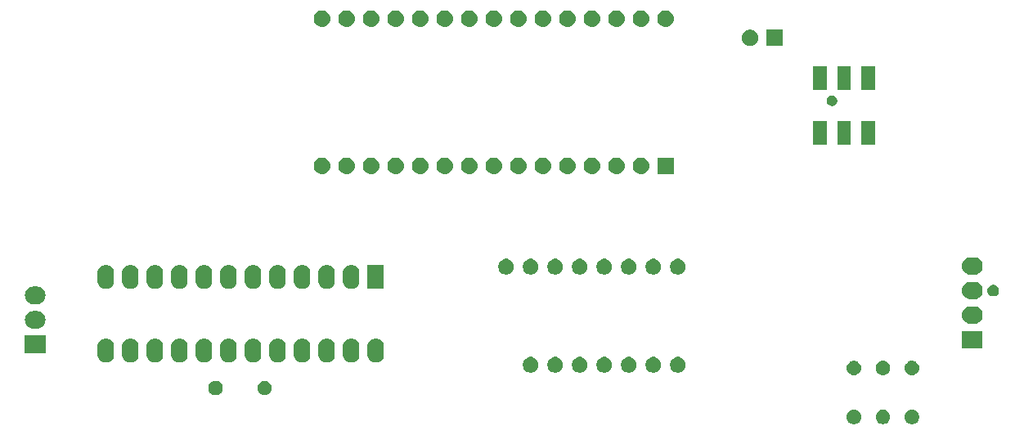
<source format=gbr>
G04 #@! TF.GenerationSoftware,KiCad,Pcbnew,(5.1.0)-1*
G04 #@! TF.CreationDate,2019-07-24T14:01:51+02:00*
G04 #@! TF.ProjectId,AirSensorModule,41697253-656e-4736-9f72-4d6f64756c65,rev?*
G04 #@! TF.SameCoordinates,Original*
G04 #@! TF.FileFunction,Soldermask,Bot*
G04 #@! TF.FilePolarity,Negative*
%FSLAX46Y46*%
G04 Gerber Fmt 4.6, Leading zero omitted, Abs format (unit mm)*
G04 Created by KiCad (PCBNEW (5.1.0)-1) date 2019-07-24 14:01:51*
%MOMM*%
%LPD*%
G04 APERTURE LIST*
%ADD10C,0.100000*%
G04 APERTURE END LIST*
D10*
G36*
X212219059Y-121277860D02*
G01*
X212355732Y-121334472D01*
X212478735Y-121416660D01*
X212583340Y-121521265D01*
X212665528Y-121644268D01*
X212722140Y-121780941D01*
X212751000Y-121926033D01*
X212751000Y-122073967D01*
X212722140Y-122219059D01*
X212665528Y-122355732D01*
X212583340Y-122478735D01*
X212478735Y-122583340D01*
X212355732Y-122665528D01*
X212355731Y-122665529D01*
X212355730Y-122665529D01*
X212219059Y-122722140D01*
X212073968Y-122751000D01*
X211926032Y-122751000D01*
X211780941Y-122722140D01*
X211644270Y-122665529D01*
X211644269Y-122665529D01*
X211644268Y-122665528D01*
X211521265Y-122583340D01*
X211416660Y-122478735D01*
X211334472Y-122355732D01*
X211277860Y-122219059D01*
X211249000Y-122073967D01*
X211249000Y-121926033D01*
X211277860Y-121780941D01*
X211334472Y-121644268D01*
X211416660Y-121521265D01*
X211521265Y-121416660D01*
X211644268Y-121334472D01*
X211780941Y-121277860D01*
X211926032Y-121249000D01*
X212073968Y-121249000D01*
X212219059Y-121277860D01*
X212219059Y-121277860D01*
G37*
G36*
X218219059Y-121277860D02*
G01*
X218355732Y-121334472D01*
X218478735Y-121416660D01*
X218583340Y-121521265D01*
X218665528Y-121644268D01*
X218722140Y-121780941D01*
X218751000Y-121926033D01*
X218751000Y-122073967D01*
X218722140Y-122219059D01*
X218665528Y-122355732D01*
X218583340Y-122478735D01*
X218478735Y-122583340D01*
X218355732Y-122665528D01*
X218355731Y-122665529D01*
X218355730Y-122665529D01*
X218219059Y-122722140D01*
X218073968Y-122751000D01*
X217926032Y-122751000D01*
X217780941Y-122722140D01*
X217644270Y-122665529D01*
X217644269Y-122665529D01*
X217644268Y-122665528D01*
X217521265Y-122583340D01*
X217416660Y-122478735D01*
X217334472Y-122355732D01*
X217277860Y-122219059D01*
X217249000Y-122073967D01*
X217249000Y-121926033D01*
X217277860Y-121780941D01*
X217334472Y-121644268D01*
X217416660Y-121521265D01*
X217521265Y-121416660D01*
X217644268Y-121334472D01*
X217780941Y-121277860D01*
X217926032Y-121249000D01*
X218073968Y-121249000D01*
X218219059Y-121277860D01*
X218219059Y-121277860D01*
G37*
G36*
X215219059Y-121277860D02*
G01*
X215355732Y-121334472D01*
X215478735Y-121416660D01*
X215583340Y-121521265D01*
X215665528Y-121644268D01*
X215722140Y-121780941D01*
X215751000Y-121926033D01*
X215751000Y-122073967D01*
X215722140Y-122219059D01*
X215665528Y-122355732D01*
X215583340Y-122478735D01*
X215478735Y-122583340D01*
X215355732Y-122665528D01*
X215355731Y-122665529D01*
X215355730Y-122665529D01*
X215219059Y-122722140D01*
X215073968Y-122751000D01*
X214926032Y-122751000D01*
X214780941Y-122722140D01*
X214644270Y-122665529D01*
X214644269Y-122665529D01*
X214644268Y-122665528D01*
X214521265Y-122583340D01*
X214416660Y-122478735D01*
X214334472Y-122355732D01*
X214277860Y-122219059D01*
X214249000Y-122073967D01*
X214249000Y-121926033D01*
X214277860Y-121780941D01*
X214334472Y-121644268D01*
X214416660Y-121521265D01*
X214521265Y-121416660D01*
X214644268Y-121334472D01*
X214780941Y-121277860D01*
X214926032Y-121249000D01*
X215073968Y-121249000D01*
X215219059Y-121277860D01*
X215219059Y-121277860D01*
G37*
G36*
X151219059Y-118277860D02*
G01*
X151279294Y-118302810D01*
X151355732Y-118334472D01*
X151478735Y-118416660D01*
X151583340Y-118521265D01*
X151665528Y-118644268D01*
X151722140Y-118780941D01*
X151751000Y-118926033D01*
X151751000Y-119073967D01*
X151722140Y-119219059D01*
X151665528Y-119355732D01*
X151583340Y-119478735D01*
X151478735Y-119583340D01*
X151355732Y-119665528D01*
X151355731Y-119665529D01*
X151355730Y-119665529D01*
X151219059Y-119722140D01*
X151073968Y-119751000D01*
X150926032Y-119751000D01*
X150780941Y-119722140D01*
X150644270Y-119665529D01*
X150644269Y-119665529D01*
X150644268Y-119665528D01*
X150521265Y-119583340D01*
X150416660Y-119478735D01*
X150334472Y-119355732D01*
X150277860Y-119219059D01*
X150249000Y-119073967D01*
X150249000Y-118926033D01*
X150277860Y-118780941D01*
X150334472Y-118644268D01*
X150416660Y-118521265D01*
X150521265Y-118416660D01*
X150644268Y-118334472D01*
X150720707Y-118302810D01*
X150780941Y-118277860D01*
X150926032Y-118249000D01*
X151073968Y-118249000D01*
X151219059Y-118277860D01*
X151219059Y-118277860D01*
G37*
G36*
X145993665Y-118252622D02*
G01*
X146067222Y-118259867D01*
X146208786Y-118302810D01*
X146339252Y-118372546D01*
X146369040Y-118396992D01*
X146453607Y-118466393D01*
X146523008Y-118550960D01*
X146547454Y-118580748D01*
X146617190Y-118711214D01*
X146660133Y-118852778D01*
X146674633Y-119000000D01*
X146660133Y-119147222D01*
X146617190Y-119288786D01*
X146547454Y-119419252D01*
X146523008Y-119449040D01*
X146453607Y-119533607D01*
X146393004Y-119583341D01*
X146339252Y-119627454D01*
X146208786Y-119697190D01*
X146067222Y-119740133D01*
X145993665Y-119747378D01*
X145956888Y-119751000D01*
X145883112Y-119751000D01*
X145846335Y-119747378D01*
X145772778Y-119740133D01*
X145631214Y-119697190D01*
X145500748Y-119627454D01*
X145446996Y-119583341D01*
X145386393Y-119533607D01*
X145316992Y-119449040D01*
X145292546Y-119419252D01*
X145222810Y-119288786D01*
X145179867Y-119147222D01*
X145165367Y-119000000D01*
X145179867Y-118852778D01*
X145222810Y-118711214D01*
X145292546Y-118580748D01*
X145316992Y-118550960D01*
X145386393Y-118466393D01*
X145470960Y-118396992D01*
X145500748Y-118372546D01*
X145631214Y-118302810D01*
X145772778Y-118259867D01*
X145846335Y-118252622D01*
X145883112Y-118249000D01*
X145956888Y-118249000D01*
X145993665Y-118252622D01*
X145993665Y-118252622D01*
G37*
G36*
X215073665Y-116172622D02*
G01*
X215147222Y-116179867D01*
X215288786Y-116222810D01*
X215419252Y-116292546D01*
X215440549Y-116310024D01*
X215533607Y-116386393D01*
X215603008Y-116470960D01*
X215627454Y-116500748D01*
X215697190Y-116631214D01*
X215740133Y-116772778D01*
X215754633Y-116920000D01*
X215740133Y-117067222D01*
X215697190Y-117208786D01*
X215697189Y-117208788D01*
X215662322Y-117274019D01*
X215627454Y-117339252D01*
X215603008Y-117369040D01*
X215533607Y-117453607D01*
X215449040Y-117523008D01*
X215419252Y-117547454D01*
X215288786Y-117617190D01*
X215147222Y-117660133D01*
X215073665Y-117667378D01*
X215036888Y-117671000D01*
X214963112Y-117671000D01*
X214926335Y-117667378D01*
X214852778Y-117660133D01*
X214711214Y-117617190D01*
X214580748Y-117547454D01*
X214550960Y-117523008D01*
X214466393Y-117453607D01*
X214396992Y-117369040D01*
X214372546Y-117339252D01*
X214337678Y-117274019D01*
X214302811Y-117208788D01*
X214302810Y-117208786D01*
X214259867Y-117067222D01*
X214245367Y-116920000D01*
X214259867Y-116772778D01*
X214302810Y-116631214D01*
X214372546Y-116500748D01*
X214396992Y-116470960D01*
X214466393Y-116386393D01*
X214559451Y-116310024D01*
X214580748Y-116292546D01*
X214711214Y-116222810D01*
X214852778Y-116179867D01*
X214926335Y-116172622D01*
X214963112Y-116169000D01*
X215036888Y-116169000D01*
X215073665Y-116172622D01*
X215073665Y-116172622D01*
G37*
G36*
X218073665Y-116172622D02*
G01*
X218147222Y-116179867D01*
X218288786Y-116222810D01*
X218419252Y-116292546D01*
X218440549Y-116310024D01*
X218533607Y-116386393D01*
X218603008Y-116470960D01*
X218627454Y-116500748D01*
X218697190Y-116631214D01*
X218740133Y-116772778D01*
X218754633Y-116920000D01*
X218740133Y-117067222D01*
X218697190Y-117208786D01*
X218697189Y-117208788D01*
X218662322Y-117274019D01*
X218627454Y-117339252D01*
X218603008Y-117369040D01*
X218533607Y-117453607D01*
X218449040Y-117523008D01*
X218419252Y-117547454D01*
X218288786Y-117617190D01*
X218147222Y-117660133D01*
X218073665Y-117667378D01*
X218036888Y-117671000D01*
X217963112Y-117671000D01*
X217926335Y-117667378D01*
X217852778Y-117660133D01*
X217711214Y-117617190D01*
X217580748Y-117547454D01*
X217550960Y-117523008D01*
X217466393Y-117453607D01*
X217396992Y-117369040D01*
X217372546Y-117339252D01*
X217337678Y-117274019D01*
X217302811Y-117208788D01*
X217302810Y-117208786D01*
X217259867Y-117067222D01*
X217245367Y-116920000D01*
X217259867Y-116772778D01*
X217302810Y-116631214D01*
X217372546Y-116500748D01*
X217396992Y-116470960D01*
X217466393Y-116386393D01*
X217559451Y-116310024D01*
X217580748Y-116292546D01*
X217711214Y-116222810D01*
X217852778Y-116179867D01*
X217926335Y-116172622D01*
X217963112Y-116169000D01*
X218036888Y-116169000D01*
X218073665Y-116172622D01*
X218073665Y-116172622D01*
G37*
G36*
X212073665Y-116172622D02*
G01*
X212147222Y-116179867D01*
X212288786Y-116222810D01*
X212419252Y-116292546D01*
X212440549Y-116310024D01*
X212533607Y-116386393D01*
X212603008Y-116470960D01*
X212627454Y-116500748D01*
X212697190Y-116631214D01*
X212740133Y-116772778D01*
X212754633Y-116920000D01*
X212740133Y-117067222D01*
X212697190Y-117208786D01*
X212697189Y-117208788D01*
X212662322Y-117274019D01*
X212627454Y-117339252D01*
X212603008Y-117369040D01*
X212533607Y-117453607D01*
X212449040Y-117523008D01*
X212419252Y-117547454D01*
X212288786Y-117617190D01*
X212147222Y-117660133D01*
X212073665Y-117667378D01*
X212036888Y-117671000D01*
X211963112Y-117671000D01*
X211926335Y-117667378D01*
X211852778Y-117660133D01*
X211711214Y-117617190D01*
X211580748Y-117547454D01*
X211550960Y-117523008D01*
X211466393Y-117453607D01*
X211396992Y-117369040D01*
X211372546Y-117339252D01*
X211337678Y-117274019D01*
X211302811Y-117208788D01*
X211302810Y-117208786D01*
X211259867Y-117067222D01*
X211245367Y-116920000D01*
X211259867Y-116772778D01*
X211302810Y-116631214D01*
X211372546Y-116500748D01*
X211396992Y-116470960D01*
X211466393Y-116386393D01*
X211559451Y-116310024D01*
X211580748Y-116292546D01*
X211711214Y-116222810D01*
X211852778Y-116179867D01*
X211926335Y-116172622D01*
X211963112Y-116169000D01*
X212036888Y-116169000D01*
X212073665Y-116172622D01*
X212073665Y-116172622D01*
G37*
G36*
X191477142Y-115818242D02*
G01*
X191625101Y-115879529D01*
X191758255Y-115968499D01*
X191871501Y-116081745D01*
X191960471Y-116214899D01*
X192021758Y-116362858D01*
X192053000Y-116519925D01*
X192053000Y-116680075D01*
X192021758Y-116837142D01*
X191960471Y-116985101D01*
X191871501Y-117118255D01*
X191758255Y-117231501D01*
X191625101Y-117320471D01*
X191477142Y-117381758D01*
X191320075Y-117413000D01*
X191159925Y-117413000D01*
X191002858Y-117381758D01*
X190854899Y-117320471D01*
X190721745Y-117231501D01*
X190608499Y-117118255D01*
X190519529Y-116985101D01*
X190458242Y-116837142D01*
X190427000Y-116680075D01*
X190427000Y-116519925D01*
X190458242Y-116362858D01*
X190519529Y-116214899D01*
X190608499Y-116081745D01*
X190721745Y-115968499D01*
X190854899Y-115879529D01*
X191002858Y-115818242D01*
X191159925Y-115787000D01*
X191320075Y-115787000D01*
X191477142Y-115818242D01*
X191477142Y-115818242D01*
G37*
G36*
X181317142Y-115818242D02*
G01*
X181465101Y-115879529D01*
X181598255Y-115968499D01*
X181711501Y-116081745D01*
X181800471Y-116214899D01*
X181861758Y-116362858D01*
X181893000Y-116519925D01*
X181893000Y-116680075D01*
X181861758Y-116837142D01*
X181800471Y-116985101D01*
X181711501Y-117118255D01*
X181598255Y-117231501D01*
X181465101Y-117320471D01*
X181317142Y-117381758D01*
X181160075Y-117413000D01*
X180999925Y-117413000D01*
X180842858Y-117381758D01*
X180694899Y-117320471D01*
X180561745Y-117231501D01*
X180448499Y-117118255D01*
X180359529Y-116985101D01*
X180298242Y-116837142D01*
X180267000Y-116680075D01*
X180267000Y-116519925D01*
X180298242Y-116362858D01*
X180359529Y-116214899D01*
X180448499Y-116081745D01*
X180561745Y-115968499D01*
X180694899Y-115879529D01*
X180842858Y-115818242D01*
X180999925Y-115787000D01*
X181160075Y-115787000D01*
X181317142Y-115818242D01*
X181317142Y-115818242D01*
G37*
G36*
X183857142Y-115818242D02*
G01*
X184005101Y-115879529D01*
X184138255Y-115968499D01*
X184251501Y-116081745D01*
X184340471Y-116214899D01*
X184401758Y-116362858D01*
X184433000Y-116519925D01*
X184433000Y-116680075D01*
X184401758Y-116837142D01*
X184340471Y-116985101D01*
X184251501Y-117118255D01*
X184138255Y-117231501D01*
X184005101Y-117320471D01*
X183857142Y-117381758D01*
X183700075Y-117413000D01*
X183539925Y-117413000D01*
X183382858Y-117381758D01*
X183234899Y-117320471D01*
X183101745Y-117231501D01*
X182988499Y-117118255D01*
X182899529Y-116985101D01*
X182838242Y-116837142D01*
X182807000Y-116680075D01*
X182807000Y-116519925D01*
X182838242Y-116362858D01*
X182899529Y-116214899D01*
X182988499Y-116081745D01*
X183101745Y-115968499D01*
X183234899Y-115879529D01*
X183382858Y-115818242D01*
X183539925Y-115787000D01*
X183700075Y-115787000D01*
X183857142Y-115818242D01*
X183857142Y-115818242D01*
G37*
G36*
X186397142Y-115818242D02*
G01*
X186545101Y-115879529D01*
X186678255Y-115968499D01*
X186791501Y-116081745D01*
X186880471Y-116214899D01*
X186941758Y-116362858D01*
X186973000Y-116519925D01*
X186973000Y-116680075D01*
X186941758Y-116837142D01*
X186880471Y-116985101D01*
X186791501Y-117118255D01*
X186678255Y-117231501D01*
X186545101Y-117320471D01*
X186397142Y-117381758D01*
X186240075Y-117413000D01*
X186079925Y-117413000D01*
X185922858Y-117381758D01*
X185774899Y-117320471D01*
X185641745Y-117231501D01*
X185528499Y-117118255D01*
X185439529Y-116985101D01*
X185378242Y-116837142D01*
X185347000Y-116680075D01*
X185347000Y-116519925D01*
X185378242Y-116362858D01*
X185439529Y-116214899D01*
X185528499Y-116081745D01*
X185641745Y-115968499D01*
X185774899Y-115879529D01*
X185922858Y-115818242D01*
X186079925Y-115787000D01*
X186240075Y-115787000D01*
X186397142Y-115818242D01*
X186397142Y-115818242D01*
G37*
G36*
X188937142Y-115818242D02*
G01*
X189085101Y-115879529D01*
X189218255Y-115968499D01*
X189331501Y-116081745D01*
X189420471Y-116214899D01*
X189481758Y-116362858D01*
X189513000Y-116519925D01*
X189513000Y-116680075D01*
X189481758Y-116837142D01*
X189420471Y-116985101D01*
X189331501Y-117118255D01*
X189218255Y-117231501D01*
X189085101Y-117320471D01*
X188937142Y-117381758D01*
X188780075Y-117413000D01*
X188619925Y-117413000D01*
X188462858Y-117381758D01*
X188314899Y-117320471D01*
X188181745Y-117231501D01*
X188068499Y-117118255D01*
X187979529Y-116985101D01*
X187918242Y-116837142D01*
X187887000Y-116680075D01*
X187887000Y-116519925D01*
X187918242Y-116362858D01*
X187979529Y-116214899D01*
X188068499Y-116081745D01*
X188181745Y-115968499D01*
X188314899Y-115879529D01*
X188462858Y-115818242D01*
X188619925Y-115787000D01*
X188780075Y-115787000D01*
X188937142Y-115818242D01*
X188937142Y-115818242D01*
G37*
G36*
X194017142Y-115818242D02*
G01*
X194165101Y-115879529D01*
X194298255Y-115968499D01*
X194411501Y-116081745D01*
X194500471Y-116214899D01*
X194561758Y-116362858D01*
X194593000Y-116519925D01*
X194593000Y-116680075D01*
X194561758Y-116837142D01*
X194500471Y-116985101D01*
X194411501Y-117118255D01*
X194298255Y-117231501D01*
X194165101Y-117320471D01*
X194017142Y-117381758D01*
X193860075Y-117413000D01*
X193699925Y-117413000D01*
X193542858Y-117381758D01*
X193394899Y-117320471D01*
X193261745Y-117231501D01*
X193148499Y-117118255D01*
X193059529Y-116985101D01*
X192998242Y-116837142D01*
X192967000Y-116680075D01*
X192967000Y-116519925D01*
X192998242Y-116362858D01*
X193059529Y-116214899D01*
X193148499Y-116081745D01*
X193261745Y-115968499D01*
X193394899Y-115879529D01*
X193542858Y-115818242D01*
X193699925Y-115787000D01*
X193860075Y-115787000D01*
X194017142Y-115818242D01*
X194017142Y-115818242D01*
G37*
G36*
X178777142Y-115818242D02*
G01*
X178925101Y-115879529D01*
X179058255Y-115968499D01*
X179171501Y-116081745D01*
X179260471Y-116214899D01*
X179321758Y-116362858D01*
X179353000Y-116519925D01*
X179353000Y-116680075D01*
X179321758Y-116837142D01*
X179260471Y-116985101D01*
X179171501Y-117118255D01*
X179058255Y-117231501D01*
X178925101Y-117320471D01*
X178777142Y-117381758D01*
X178620075Y-117413000D01*
X178459925Y-117413000D01*
X178302858Y-117381758D01*
X178154899Y-117320471D01*
X178021745Y-117231501D01*
X177908499Y-117118255D01*
X177819529Y-116985101D01*
X177758242Y-116837142D01*
X177727000Y-116680075D01*
X177727000Y-116519925D01*
X177758242Y-116362858D01*
X177819529Y-116214899D01*
X177908499Y-116081745D01*
X178021745Y-115968499D01*
X178154899Y-115879529D01*
X178302858Y-115818242D01*
X178459925Y-115787000D01*
X178620075Y-115787000D01*
X178777142Y-115818242D01*
X178777142Y-115818242D01*
G37*
G36*
X142346823Y-113881313D02*
G01*
X142507242Y-113929976D01*
X142639906Y-114000886D01*
X142655078Y-114008996D01*
X142784659Y-114115341D01*
X142891004Y-114244922D01*
X142891005Y-114244924D01*
X142970024Y-114392758D01*
X143018687Y-114553178D01*
X143031000Y-114678197D01*
X143031000Y-115561804D01*
X143018687Y-115686823D01*
X142970024Y-115847242D01*
X142952766Y-115879529D01*
X142891004Y-115995078D01*
X142819879Y-116081743D01*
X142784659Y-116124659D01*
X142655077Y-116231005D01*
X142507241Y-116310024D01*
X142346822Y-116358687D01*
X142180000Y-116375117D01*
X142013177Y-116358687D01*
X141852758Y-116310024D01*
X141704924Y-116231005D01*
X141704922Y-116231004D01*
X141575341Y-116124659D01*
X141540122Y-116081745D01*
X141468995Y-115995077D01*
X141389976Y-115847241D01*
X141341313Y-115686822D01*
X141329000Y-115561803D01*
X141329000Y-114678197D01*
X141341314Y-114553177D01*
X141389977Y-114392758D01*
X141468996Y-114244924D01*
X141468997Y-114244922D01*
X141575342Y-114115341D01*
X141704923Y-114008996D01*
X141720095Y-114000886D01*
X141852759Y-113929976D01*
X142013178Y-113881313D01*
X142180000Y-113864883D01*
X142346823Y-113881313D01*
X142346823Y-113881313D01*
G37*
G36*
X144886823Y-113881313D02*
G01*
X145047242Y-113929976D01*
X145179906Y-114000886D01*
X145195078Y-114008996D01*
X145324659Y-114115341D01*
X145431004Y-114244922D01*
X145431005Y-114244924D01*
X145510024Y-114392758D01*
X145558687Y-114553178D01*
X145571000Y-114678197D01*
X145571000Y-115561804D01*
X145558687Y-115686823D01*
X145510024Y-115847242D01*
X145492766Y-115879529D01*
X145431004Y-115995078D01*
X145359879Y-116081743D01*
X145324659Y-116124659D01*
X145195077Y-116231005D01*
X145047241Y-116310024D01*
X144886822Y-116358687D01*
X144720000Y-116375117D01*
X144553177Y-116358687D01*
X144392758Y-116310024D01*
X144244924Y-116231005D01*
X144244922Y-116231004D01*
X144115341Y-116124659D01*
X144080122Y-116081745D01*
X144008995Y-115995077D01*
X143929976Y-115847241D01*
X143881313Y-115686822D01*
X143869000Y-115561803D01*
X143869000Y-114678197D01*
X143881314Y-114553177D01*
X143929977Y-114392758D01*
X144008996Y-114244924D01*
X144008997Y-114244922D01*
X144115342Y-114115341D01*
X144244923Y-114008996D01*
X144260095Y-114000886D01*
X144392759Y-113929976D01*
X144553178Y-113881313D01*
X144720000Y-113864883D01*
X144886823Y-113881313D01*
X144886823Y-113881313D01*
G37*
G36*
X139806823Y-113881313D02*
G01*
X139967242Y-113929976D01*
X140099906Y-114000886D01*
X140115078Y-114008996D01*
X140244659Y-114115341D01*
X140351004Y-114244922D01*
X140351005Y-114244924D01*
X140430024Y-114392758D01*
X140478687Y-114553178D01*
X140491000Y-114678197D01*
X140491000Y-115561804D01*
X140478687Y-115686823D01*
X140430024Y-115847242D01*
X140412766Y-115879529D01*
X140351004Y-115995078D01*
X140279879Y-116081743D01*
X140244659Y-116124659D01*
X140115077Y-116231005D01*
X139967241Y-116310024D01*
X139806822Y-116358687D01*
X139640000Y-116375117D01*
X139473177Y-116358687D01*
X139312758Y-116310024D01*
X139164924Y-116231005D01*
X139164922Y-116231004D01*
X139035341Y-116124659D01*
X139000122Y-116081745D01*
X138928995Y-115995077D01*
X138849976Y-115847241D01*
X138801313Y-115686822D01*
X138789000Y-115561803D01*
X138789000Y-114678197D01*
X138801314Y-114553177D01*
X138849977Y-114392758D01*
X138928996Y-114244924D01*
X138928997Y-114244922D01*
X139035342Y-114115341D01*
X139164923Y-114008996D01*
X139180095Y-114000886D01*
X139312759Y-113929976D01*
X139473178Y-113881313D01*
X139640000Y-113864883D01*
X139806823Y-113881313D01*
X139806823Y-113881313D01*
G37*
G36*
X137266823Y-113881313D02*
G01*
X137427242Y-113929976D01*
X137559906Y-114000886D01*
X137575078Y-114008996D01*
X137704659Y-114115341D01*
X137811004Y-114244922D01*
X137811005Y-114244924D01*
X137890024Y-114392758D01*
X137938687Y-114553178D01*
X137951000Y-114678197D01*
X137951000Y-115561804D01*
X137938687Y-115686823D01*
X137890024Y-115847242D01*
X137872766Y-115879529D01*
X137811004Y-115995078D01*
X137739879Y-116081743D01*
X137704659Y-116124659D01*
X137575077Y-116231005D01*
X137427241Y-116310024D01*
X137266822Y-116358687D01*
X137100000Y-116375117D01*
X136933177Y-116358687D01*
X136772758Y-116310024D01*
X136624924Y-116231005D01*
X136624922Y-116231004D01*
X136495341Y-116124659D01*
X136460122Y-116081745D01*
X136388995Y-115995077D01*
X136309976Y-115847241D01*
X136261313Y-115686822D01*
X136249000Y-115561803D01*
X136249000Y-114678197D01*
X136261314Y-114553177D01*
X136309977Y-114392758D01*
X136388996Y-114244924D01*
X136388997Y-114244922D01*
X136495342Y-114115341D01*
X136624923Y-114008996D01*
X136640095Y-114000886D01*
X136772759Y-113929976D01*
X136933178Y-113881313D01*
X137100000Y-113864883D01*
X137266823Y-113881313D01*
X137266823Y-113881313D01*
G37*
G36*
X134726823Y-113881313D02*
G01*
X134887242Y-113929976D01*
X135019906Y-114000886D01*
X135035078Y-114008996D01*
X135164659Y-114115341D01*
X135271004Y-114244922D01*
X135271005Y-114244924D01*
X135350024Y-114392758D01*
X135398687Y-114553178D01*
X135411000Y-114678197D01*
X135411000Y-115561804D01*
X135398687Y-115686823D01*
X135350024Y-115847242D01*
X135332766Y-115879529D01*
X135271004Y-115995078D01*
X135199879Y-116081743D01*
X135164659Y-116124659D01*
X135035077Y-116231005D01*
X134887241Y-116310024D01*
X134726822Y-116358687D01*
X134560000Y-116375117D01*
X134393177Y-116358687D01*
X134232758Y-116310024D01*
X134084924Y-116231005D01*
X134084922Y-116231004D01*
X133955341Y-116124659D01*
X133920122Y-116081745D01*
X133848995Y-115995077D01*
X133769976Y-115847241D01*
X133721313Y-115686822D01*
X133709000Y-115561803D01*
X133709000Y-114678197D01*
X133721314Y-114553177D01*
X133769977Y-114392758D01*
X133848996Y-114244924D01*
X133848997Y-114244922D01*
X133955342Y-114115341D01*
X134084923Y-114008996D01*
X134100095Y-114000886D01*
X134232759Y-113929976D01*
X134393178Y-113881313D01*
X134560000Y-113864883D01*
X134726823Y-113881313D01*
X134726823Y-113881313D01*
G37*
G36*
X149966823Y-113881313D02*
G01*
X150127242Y-113929976D01*
X150259906Y-114000886D01*
X150275078Y-114008996D01*
X150404659Y-114115341D01*
X150511004Y-114244922D01*
X150511005Y-114244924D01*
X150590024Y-114392758D01*
X150638687Y-114553178D01*
X150651000Y-114678197D01*
X150651000Y-115561804D01*
X150638687Y-115686823D01*
X150590024Y-115847242D01*
X150572766Y-115879529D01*
X150511004Y-115995078D01*
X150439879Y-116081743D01*
X150404659Y-116124659D01*
X150275077Y-116231005D01*
X150127241Y-116310024D01*
X149966822Y-116358687D01*
X149800000Y-116375117D01*
X149633177Y-116358687D01*
X149472758Y-116310024D01*
X149324924Y-116231005D01*
X149324922Y-116231004D01*
X149195341Y-116124659D01*
X149160122Y-116081745D01*
X149088995Y-115995077D01*
X149009976Y-115847241D01*
X148961313Y-115686822D01*
X148949000Y-115561803D01*
X148949000Y-114678197D01*
X148961314Y-114553177D01*
X149009977Y-114392758D01*
X149088996Y-114244924D01*
X149088997Y-114244922D01*
X149195342Y-114115341D01*
X149324923Y-114008996D01*
X149340095Y-114000886D01*
X149472759Y-113929976D01*
X149633178Y-113881313D01*
X149800000Y-113864883D01*
X149966823Y-113881313D01*
X149966823Y-113881313D01*
G37*
G36*
X160126823Y-113881313D02*
G01*
X160287242Y-113929976D01*
X160419906Y-114000886D01*
X160435078Y-114008996D01*
X160564659Y-114115341D01*
X160671004Y-114244922D01*
X160671005Y-114244924D01*
X160750024Y-114392758D01*
X160798687Y-114553178D01*
X160811000Y-114678197D01*
X160811000Y-115561804D01*
X160798687Y-115686823D01*
X160750024Y-115847242D01*
X160732766Y-115879529D01*
X160671004Y-115995078D01*
X160599879Y-116081743D01*
X160564659Y-116124659D01*
X160435077Y-116231005D01*
X160287241Y-116310024D01*
X160126822Y-116358687D01*
X159960000Y-116375117D01*
X159793177Y-116358687D01*
X159632758Y-116310024D01*
X159484924Y-116231005D01*
X159484922Y-116231004D01*
X159355341Y-116124659D01*
X159320122Y-116081745D01*
X159248995Y-115995077D01*
X159169976Y-115847241D01*
X159121313Y-115686822D01*
X159109000Y-115561803D01*
X159109000Y-114678197D01*
X159121314Y-114553177D01*
X159169977Y-114392758D01*
X159248996Y-114244924D01*
X159248997Y-114244922D01*
X159355342Y-114115341D01*
X159484923Y-114008996D01*
X159500095Y-114000886D01*
X159632759Y-113929976D01*
X159793178Y-113881313D01*
X159960000Y-113864883D01*
X160126823Y-113881313D01*
X160126823Y-113881313D01*
G37*
G36*
X157586823Y-113881313D02*
G01*
X157747242Y-113929976D01*
X157879906Y-114000886D01*
X157895078Y-114008996D01*
X158024659Y-114115341D01*
X158131004Y-114244922D01*
X158131005Y-114244924D01*
X158210024Y-114392758D01*
X158258687Y-114553178D01*
X158271000Y-114678197D01*
X158271000Y-115561804D01*
X158258687Y-115686823D01*
X158210024Y-115847242D01*
X158192766Y-115879529D01*
X158131004Y-115995078D01*
X158059879Y-116081743D01*
X158024659Y-116124659D01*
X157895077Y-116231005D01*
X157747241Y-116310024D01*
X157586822Y-116358687D01*
X157420000Y-116375117D01*
X157253177Y-116358687D01*
X157092758Y-116310024D01*
X156944924Y-116231005D01*
X156944922Y-116231004D01*
X156815341Y-116124659D01*
X156780122Y-116081745D01*
X156708995Y-115995077D01*
X156629976Y-115847241D01*
X156581313Y-115686822D01*
X156569000Y-115561803D01*
X156569000Y-114678197D01*
X156581314Y-114553177D01*
X156629977Y-114392758D01*
X156708996Y-114244924D01*
X156708997Y-114244922D01*
X156815342Y-114115341D01*
X156944923Y-114008996D01*
X156960095Y-114000886D01*
X157092759Y-113929976D01*
X157253178Y-113881313D01*
X157420000Y-113864883D01*
X157586823Y-113881313D01*
X157586823Y-113881313D01*
G37*
G36*
X152506823Y-113881313D02*
G01*
X152667242Y-113929976D01*
X152799906Y-114000886D01*
X152815078Y-114008996D01*
X152944659Y-114115341D01*
X153051004Y-114244922D01*
X153051005Y-114244924D01*
X153130024Y-114392758D01*
X153178687Y-114553178D01*
X153191000Y-114678197D01*
X153191000Y-115561804D01*
X153178687Y-115686823D01*
X153130024Y-115847242D01*
X153112766Y-115879529D01*
X153051004Y-115995078D01*
X152979879Y-116081743D01*
X152944659Y-116124659D01*
X152815077Y-116231005D01*
X152667241Y-116310024D01*
X152506822Y-116358687D01*
X152340000Y-116375117D01*
X152173177Y-116358687D01*
X152012758Y-116310024D01*
X151864924Y-116231005D01*
X151864922Y-116231004D01*
X151735341Y-116124659D01*
X151700122Y-116081745D01*
X151628995Y-115995077D01*
X151549976Y-115847241D01*
X151501313Y-115686822D01*
X151489000Y-115561803D01*
X151489000Y-114678197D01*
X151501314Y-114553177D01*
X151549977Y-114392758D01*
X151628996Y-114244924D01*
X151628997Y-114244922D01*
X151735342Y-114115341D01*
X151864923Y-114008996D01*
X151880095Y-114000886D01*
X152012759Y-113929976D01*
X152173178Y-113881313D01*
X152340000Y-113864883D01*
X152506823Y-113881313D01*
X152506823Y-113881313D01*
G37*
G36*
X147426823Y-113881313D02*
G01*
X147587242Y-113929976D01*
X147719906Y-114000886D01*
X147735078Y-114008996D01*
X147864659Y-114115341D01*
X147971004Y-114244922D01*
X147971005Y-114244924D01*
X148050024Y-114392758D01*
X148098687Y-114553178D01*
X148111000Y-114678197D01*
X148111000Y-115561804D01*
X148098687Y-115686823D01*
X148050024Y-115847242D01*
X148032766Y-115879529D01*
X147971004Y-115995078D01*
X147899879Y-116081743D01*
X147864659Y-116124659D01*
X147735077Y-116231005D01*
X147587241Y-116310024D01*
X147426822Y-116358687D01*
X147260000Y-116375117D01*
X147093177Y-116358687D01*
X146932758Y-116310024D01*
X146784924Y-116231005D01*
X146784922Y-116231004D01*
X146655341Y-116124659D01*
X146620122Y-116081745D01*
X146548995Y-115995077D01*
X146469976Y-115847241D01*
X146421313Y-115686822D01*
X146409000Y-115561803D01*
X146409000Y-114678197D01*
X146421314Y-114553177D01*
X146469977Y-114392758D01*
X146548996Y-114244924D01*
X146548997Y-114244922D01*
X146655342Y-114115341D01*
X146784923Y-114008996D01*
X146800095Y-114000886D01*
X146932759Y-113929976D01*
X147093178Y-113881313D01*
X147260000Y-113864883D01*
X147426823Y-113881313D01*
X147426823Y-113881313D01*
G37*
G36*
X155046823Y-113881313D02*
G01*
X155207242Y-113929976D01*
X155339906Y-114000886D01*
X155355078Y-114008996D01*
X155484659Y-114115341D01*
X155591004Y-114244922D01*
X155591005Y-114244924D01*
X155670024Y-114392758D01*
X155718687Y-114553178D01*
X155731000Y-114678197D01*
X155731000Y-115561804D01*
X155718687Y-115686823D01*
X155670024Y-115847242D01*
X155652766Y-115879529D01*
X155591004Y-115995078D01*
X155519879Y-116081743D01*
X155484659Y-116124659D01*
X155355077Y-116231005D01*
X155207241Y-116310024D01*
X155046822Y-116358687D01*
X154880000Y-116375117D01*
X154713177Y-116358687D01*
X154552758Y-116310024D01*
X154404924Y-116231005D01*
X154404922Y-116231004D01*
X154275341Y-116124659D01*
X154240122Y-116081745D01*
X154168995Y-115995077D01*
X154089976Y-115847241D01*
X154041313Y-115686822D01*
X154029000Y-115561803D01*
X154029000Y-114678197D01*
X154041314Y-114553177D01*
X154089977Y-114392758D01*
X154168996Y-114244924D01*
X154168997Y-114244922D01*
X154275342Y-114115341D01*
X154404923Y-114008996D01*
X154420095Y-114000886D01*
X154552759Y-113929976D01*
X154713178Y-113881313D01*
X154880000Y-113864883D01*
X155046823Y-113881313D01*
X155046823Y-113881313D01*
G37*
G36*
X162666823Y-113881313D02*
G01*
X162827242Y-113929976D01*
X162959906Y-114000886D01*
X162975078Y-114008996D01*
X163104659Y-114115341D01*
X163211004Y-114244922D01*
X163211005Y-114244924D01*
X163290024Y-114392758D01*
X163338687Y-114553178D01*
X163351000Y-114678197D01*
X163351000Y-115561804D01*
X163338687Y-115686823D01*
X163290024Y-115847242D01*
X163272766Y-115879529D01*
X163211004Y-115995078D01*
X163139879Y-116081743D01*
X163104659Y-116124659D01*
X162975077Y-116231005D01*
X162827241Y-116310024D01*
X162666822Y-116358687D01*
X162500000Y-116375117D01*
X162333177Y-116358687D01*
X162172758Y-116310024D01*
X162024924Y-116231005D01*
X162024922Y-116231004D01*
X161895341Y-116124659D01*
X161860122Y-116081745D01*
X161788995Y-115995077D01*
X161709976Y-115847241D01*
X161661313Y-115686822D01*
X161649000Y-115561803D01*
X161649000Y-114678197D01*
X161661314Y-114553177D01*
X161709977Y-114392758D01*
X161788996Y-114244924D01*
X161788997Y-114244922D01*
X161895342Y-114115341D01*
X162024923Y-114008996D01*
X162040095Y-114000886D01*
X162172759Y-113929976D01*
X162333178Y-113881313D01*
X162500000Y-113864883D01*
X162666823Y-113881313D01*
X162666823Y-113881313D01*
G37*
G36*
X128316000Y-115416000D02*
G01*
X126184000Y-115416000D01*
X126184000Y-113584000D01*
X128316000Y-113584000D01*
X128316000Y-115416000D01*
X128316000Y-115416000D01*
G37*
G36*
X225316000Y-114916000D02*
G01*
X223184000Y-114916000D01*
X223184000Y-113084000D01*
X225316000Y-113084000D01*
X225316000Y-114916000D01*
X225316000Y-114916000D01*
G37*
G36*
X127560343Y-111055361D02*
G01*
X127579568Y-111057254D01*
X127752234Y-111109632D01*
X127911365Y-111194689D01*
X128050844Y-111309156D01*
X128165311Y-111448635D01*
X128250368Y-111607766D01*
X128302746Y-111780433D01*
X128320432Y-111960000D01*
X128302746Y-112139567D01*
X128250368Y-112312234D01*
X128165311Y-112471365D01*
X128050844Y-112610844D01*
X127911365Y-112725311D01*
X127752234Y-112810368D01*
X127579568Y-112862746D01*
X127560343Y-112864639D01*
X127444998Y-112876000D01*
X127055002Y-112876000D01*
X126939657Y-112864639D01*
X126920432Y-112862746D01*
X126747766Y-112810368D01*
X126588635Y-112725311D01*
X126449156Y-112610844D01*
X126334689Y-112471365D01*
X126249632Y-112312234D01*
X126197254Y-112139567D01*
X126179568Y-111960000D01*
X126197254Y-111780433D01*
X126249632Y-111607766D01*
X126334689Y-111448635D01*
X126449156Y-111309156D01*
X126588635Y-111194689D01*
X126747766Y-111109632D01*
X126920432Y-111057254D01*
X126939657Y-111055361D01*
X127055002Y-111044000D01*
X127444998Y-111044000D01*
X127560343Y-111055361D01*
X127560343Y-111055361D01*
G37*
G36*
X224560343Y-110555361D02*
G01*
X224579568Y-110557254D01*
X224665900Y-110583443D01*
X224752234Y-110609632D01*
X224911365Y-110694689D01*
X225050844Y-110809156D01*
X225165311Y-110948635D01*
X225250368Y-111107766D01*
X225302746Y-111280433D01*
X225320432Y-111460000D01*
X225302746Y-111639567D01*
X225250368Y-111812234D01*
X225165311Y-111971365D01*
X225050844Y-112110844D01*
X224911365Y-112225311D01*
X224752234Y-112310368D01*
X224665900Y-112336557D01*
X224579568Y-112362746D01*
X224560343Y-112364639D01*
X224444998Y-112376000D01*
X224055002Y-112376000D01*
X223939657Y-112364639D01*
X223920432Y-112362746D01*
X223834100Y-112336557D01*
X223747766Y-112310368D01*
X223588635Y-112225311D01*
X223449156Y-112110844D01*
X223334689Y-111971365D01*
X223249632Y-111812234D01*
X223197254Y-111639567D01*
X223179568Y-111460000D01*
X223197254Y-111280433D01*
X223249632Y-111107766D01*
X223334689Y-110948635D01*
X223449156Y-110809156D01*
X223588635Y-110694689D01*
X223747766Y-110609632D01*
X223834100Y-110583443D01*
X223920432Y-110557254D01*
X223939657Y-110555361D01*
X224055002Y-110544000D01*
X224444998Y-110544000D01*
X224560343Y-110555361D01*
X224560343Y-110555361D01*
G37*
G36*
X127560343Y-108515361D02*
G01*
X127579568Y-108517254D01*
X127644282Y-108536885D01*
X127752234Y-108569632D01*
X127911365Y-108654689D01*
X128050844Y-108769156D01*
X128165311Y-108908635D01*
X128250368Y-109067766D01*
X128258722Y-109095305D01*
X128291901Y-109204680D01*
X128302746Y-109240433D01*
X128320432Y-109420000D01*
X128302746Y-109599567D01*
X128250368Y-109772234D01*
X128165311Y-109931365D01*
X128050844Y-110070844D01*
X127911365Y-110185311D01*
X127752234Y-110270368D01*
X127665900Y-110296557D01*
X127579568Y-110322746D01*
X127560343Y-110324639D01*
X127444998Y-110336000D01*
X127055002Y-110336000D01*
X126939657Y-110324639D01*
X126920432Y-110322746D01*
X126834100Y-110296557D01*
X126747766Y-110270368D01*
X126588635Y-110185311D01*
X126449156Y-110070844D01*
X126334689Y-109931365D01*
X126249632Y-109772234D01*
X126197254Y-109599567D01*
X126179568Y-109420000D01*
X126197254Y-109240433D01*
X126208100Y-109204680D01*
X126241278Y-109095305D01*
X126249632Y-109067766D01*
X126334689Y-108908635D01*
X126449156Y-108769156D01*
X126588635Y-108654689D01*
X126747766Y-108569632D01*
X126855718Y-108536885D01*
X126920432Y-108517254D01*
X126939657Y-108515361D01*
X127055002Y-108504000D01*
X127444998Y-108504000D01*
X127560343Y-108515361D01*
X127560343Y-108515361D01*
G37*
G36*
X224560343Y-108015361D02*
G01*
X224579568Y-108017254D01*
X224752234Y-108069632D01*
X224911365Y-108154689D01*
X225050844Y-108269156D01*
X225165311Y-108408635D01*
X225250368Y-108567766D01*
X225250368Y-108567767D01*
X225302217Y-108738687D01*
X225302746Y-108740433D01*
X225320432Y-108920000D01*
X225302746Y-109099567D01*
X225250368Y-109272234D01*
X225165311Y-109431365D01*
X225050844Y-109570844D01*
X224911365Y-109685311D01*
X224752234Y-109770368D01*
X224665900Y-109796557D01*
X224579568Y-109822746D01*
X224560343Y-109824639D01*
X224444998Y-109836000D01*
X224055002Y-109836000D01*
X223939657Y-109824639D01*
X223920432Y-109822746D01*
X223747766Y-109770368D01*
X223588635Y-109685311D01*
X223449156Y-109570844D01*
X223334689Y-109431365D01*
X223249632Y-109272234D01*
X223197254Y-109099567D01*
X223179568Y-108920000D01*
X223197254Y-108740433D01*
X223197784Y-108738687D01*
X223249632Y-108567767D01*
X223249632Y-108567766D01*
X223334689Y-108408635D01*
X223449156Y-108269156D01*
X223588635Y-108154689D01*
X223747766Y-108069632D01*
X223834100Y-108043443D01*
X223920432Y-108017254D01*
X223939657Y-108015361D01*
X224055002Y-108004000D01*
X224444998Y-108004000D01*
X224560343Y-108015361D01*
X224560343Y-108015361D01*
G37*
G36*
X226546601Y-108334397D02*
G01*
X226585305Y-108342096D01*
X226617340Y-108355365D01*
X226694680Y-108387400D01*
X226793115Y-108453173D01*
X226876827Y-108536885D01*
X226942600Y-108635320D01*
X226965259Y-108690025D01*
X226987904Y-108744695D01*
X227011000Y-108860807D01*
X227011000Y-108979193D01*
X226987904Y-109095305D01*
X226986138Y-109099568D01*
X226942600Y-109204680D01*
X226876827Y-109303115D01*
X226793115Y-109386827D01*
X226694680Y-109452600D01*
X226617340Y-109484635D01*
X226585305Y-109497904D01*
X226546601Y-109505603D01*
X226469195Y-109521000D01*
X226350805Y-109521000D01*
X226273399Y-109505603D01*
X226234695Y-109497904D01*
X226202660Y-109484635D01*
X226125320Y-109452600D01*
X226026885Y-109386827D01*
X225943173Y-109303115D01*
X225877400Y-109204680D01*
X225833862Y-109099568D01*
X225832096Y-109095305D01*
X225809000Y-108979193D01*
X225809000Y-108860807D01*
X225832096Y-108744695D01*
X225854741Y-108690025D01*
X225877400Y-108635320D01*
X225943173Y-108536885D01*
X226026885Y-108453173D01*
X226125320Y-108387400D01*
X226202660Y-108355365D01*
X226234695Y-108342096D01*
X226273399Y-108334397D01*
X226350805Y-108319000D01*
X226469195Y-108319000D01*
X226546601Y-108334397D01*
X226546601Y-108334397D01*
G37*
G36*
X134726823Y-106261313D02*
G01*
X134887242Y-106309976D01*
X135018248Y-106380000D01*
X135035078Y-106388996D01*
X135164659Y-106495341D01*
X135271004Y-106624922D01*
X135271005Y-106624924D01*
X135350024Y-106772758D01*
X135398687Y-106933178D01*
X135411000Y-107058197D01*
X135411000Y-107941804D01*
X135398687Y-108066823D01*
X135350024Y-108227242D01*
X135327620Y-108269156D01*
X135271004Y-108375078D01*
X135165200Y-108504000D01*
X135164659Y-108504659D01*
X135035077Y-108611005D01*
X134887241Y-108690024D01*
X134726822Y-108738687D01*
X134560000Y-108755117D01*
X134393177Y-108738687D01*
X134232758Y-108690024D01*
X134084924Y-108611005D01*
X134084922Y-108611004D01*
X133955341Y-108504659D01*
X133954800Y-108504000D01*
X133848995Y-108375077D01*
X133769976Y-108227241D01*
X133721313Y-108066822D01*
X133709000Y-107941803D01*
X133709000Y-107058197D01*
X133721314Y-106933177D01*
X133769977Y-106772758D01*
X133848996Y-106624924D01*
X133848997Y-106624922D01*
X133955342Y-106495341D01*
X134084923Y-106388996D01*
X134101753Y-106380000D01*
X134232759Y-106309976D01*
X134393178Y-106261313D01*
X134560000Y-106244883D01*
X134726823Y-106261313D01*
X134726823Y-106261313D01*
G37*
G36*
X137266823Y-106261313D02*
G01*
X137427242Y-106309976D01*
X137558248Y-106380000D01*
X137575078Y-106388996D01*
X137704659Y-106495341D01*
X137811004Y-106624922D01*
X137811005Y-106624924D01*
X137890024Y-106772758D01*
X137938687Y-106933178D01*
X137951000Y-107058197D01*
X137951000Y-107941804D01*
X137938687Y-108066823D01*
X137890024Y-108227242D01*
X137867620Y-108269156D01*
X137811004Y-108375078D01*
X137705200Y-108504000D01*
X137704659Y-108504659D01*
X137575077Y-108611005D01*
X137427241Y-108690024D01*
X137266822Y-108738687D01*
X137100000Y-108755117D01*
X136933177Y-108738687D01*
X136772758Y-108690024D01*
X136624924Y-108611005D01*
X136624922Y-108611004D01*
X136495341Y-108504659D01*
X136494800Y-108504000D01*
X136388995Y-108375077D01*
X136309976Y-108227241D01*
X136261313Y-108066822D01*
X136249000Y-107941803D01*
X136249000Y-107058197D01*
X136261314Y-106933177D01*
X136309977Y-106772758D01*
X136388996Y-106624924D01*
X136388997Y-106624922D01*
X136495342Y-106495341D01*
X136624923Y-106388996D01*
X136641753Y-106380000D01*
X136772759Y-106309976D01*
X136933178Y-106261313D01*
X137100000Y-106244883D01*
X137266823Y-106261313D01*
X137266823Y-106261313D01*
G37*
G36*
X155046823Y-106261313D02*
G01*
X155207242Y-106309976D01*
X155338248Y-106380000D01*
X155355078Y-106388996D01*
X155484659Y-106495341D01*
X155591004Y-106624922D01*
X155591005Y-106624924D01*
X155670024Y-106772758D01*
X155718687Y-106933178D01*
X155731000Y-107058197D01*
X155731000Y-107941804D01*
X155718687Y-108066823D01*
X155670024Y-108227242D01*
X155647620Y-108269156D01*
X155591004Y-108375078D01*
X155485200Y-108504000D01*
X155484659Y-108504659D01*
X155355077Y-108611005D01*
X155207241Y-108690024D01*
X155046822Y-108738687D01*
X154880000Y-108755117D01*
X154713177Y-108738687D01*
X154552758Y-108690024D01*
X154404924Y-108611005D01*
X154404922Y-108611004D01*
X154275341Y-108504659D01*
X154274800Y-108504000D01*
X154168995Y-108375077D01*
X154089976Y-108227241D01*
X154041313Y-108066822D01*
X154029000Y-107941803D01*
X154029000Y-107058197D01*
X154041314Y-106933177D01*
X154089977Y-106772758D01*
X154168996Y-106624924D01*
X154168997Y-106624922D01*
X154275342Y-106495341D01*
X154404923Y-106388996D01*
X154421753Y-106380000D01*
X154552759Y-106309976D01*
X154713178Y-106261313D01*
X154880000Y-106244883D01*
X155046823Y-106261313D01*
X155046823Y-106261313D01*
G37*
G36*
X139806823Y-106261313D02*
G01*
X139967242Y-106309976D01*
X140098248Y-106380000D01*
X140115078Y-106388996D01*
X140244659Y-106495341D01*
X140351004Y-106624922D01*
X140351005Y-106624924D01*
X140430024Y-106772758D01*
X140478687Y-106933178D01*
X140491000Y-107058197D01*
X140491000Y-107941804D01*
X140478687Y-108066823D01*
X140430024Y-108227242D01*
X140407620Y-108269156D01*
X140351004Y-108375078D01*
X140245200Y-108504000D01*
X140244659Y-108504659D01*
X140115077Y-108611005D01*
X139967241Y-108690024D01*
X139806822Y-108738687D01*
X139640000Y-108755117D01*
X139473177Y-108738687D01*
X139312758Y-108690024D01*
X139164924Y-108611005D01*
X139164922Y-108611004D01*
X139035341Y-108504659D01*
X139034800Y-108504000D01*
X138928995Y-108375077D01*
X138849976Y-108227241D01*
X138801313Y-108066822D01*
X138789000Y-107941803D01*
X138789000Y-107058197D01*
X138801314Y-106933177D01*
X138849977Y-106772758D01*
X138928996Y-106624924D01*
X138928997Y-106624922D01*
X139035342Y-106495341D01*
X139164923Y-106388996D01*
X139181753Y-106380000D01*
X139312759Y-106309976D01*
X139473178Y-106261313D01*
X139640000Y-106244883D01*
X139806823Y-106261313D01*
X139806823Y-106261313D01*
G37*
G36*
X142346823Y-106261313D02*
G01*
X142507242Y-106309976D01*
X142638248Y-106380000D01*
X142655078Y-106388996D01*
X142784659Y-106495341D01*
X142891004Y-106624922D01*
X142891005Y-106624924D01*
X142970024Y-106772758D01*
X143018687Y-106933178D01*
X143031000Y-107058197D01*
X143031000Y-107941804D01*
X143018687Y-108066823D01*
X142970024Y-108227242D01*
X142947620Y-108269156D01*
X142891004Y-108375078D01*
X142785200Y-108504000D01*
X142784659Y-108504659D01*
X142655077Y-108611005D01*
X142507241Y-108690024D01*
X142346822Y-108738687D01*
X142180000Y-108755117D01*
X142013177Y-108738687D01*
X141852758Y-108690024D01*
X141704924Y-108611005D01*
X141704922Y-108611004D01*
X141575341Y-108504659D01*
X141574800Y-108504000D01*
X141468995Y-108375077D01*
X141389976Y-108227241D01*
X141341313Y-108066822D01*
X141329000Y-107941803D01*
X141329000Y-107058197D01*
X141341314Y-106933177D01*
X141389977Y-106772758D01*
X141468996Y-106624924D01*
X141468997Y-106624922D01*
X141575342Y-106495341D01*
X141704923Y-106388996D01*
X141721753Y-106380000D01*
X141852759Y-106309976D01*
X142013178Y-106261313D01*
X142180000Y-106244883D01*
X142346823Y-106261313D01*
X142346823Y-106261313D01*
G37*
G36*
X144886823Y-106261313D02*
G01*
X145047242Y-106309976D01*
X145178248Y-106380000D01*
X145195078Y-106388996D01*
X145324659Y-106495341D01*
X145431004Y-106624922D01*
X145431005Y-106624924D01*
X145510024Y-106772758D01*
X145558687Y-106933178D01*
X145571000Y-107058197D01*
X145571000Y-107941804D01*
X145558687Y-108066823D01*
X145510024Y-108227242D01*
X145487620Y-108269156D01*
X145431004Y-108375078D01*
X145325200Y-108504000D01*
X145324659Y-108504659D01*
X145195077Y-108611005D01*
X145047241Y-108690024D01*
X144886822Y-108738687D01*
X144720000Y-108755117D01*
X144553177Y-108738687D01*
X144392758Y-108690024D01*
X144244924Y-108611005D01*
X144244922Y-108611004D01*
X144115341Y-108504659D01*
X144114800Y-108504000D01*
X144008995Y-108375077D01*
X143929976Y-108227241D01*
X143881313Y-108066822D01*
X143869000Y-107941803D01*
X143869000Y-107058197D01*
X143881314Y-106933177D01*
X143929977Y-106772758D01*
X144008996Y-106624924D01*
X144008997Y-106624922D01*
X144115342Y-106495341D01*
X144244923Y-106388996D01*
X144261753Y-106380000D01*
X144392759Y-106309976D01*
X144553178Y-106261313D01*
X144720000Y-106244883D01*
X144886823Y-106261313D01*
X144886823Y-106261313D01*
G37*
G36*
X147426823Y-106261313D02*
G01*
X147587242Y-106309976D01*
X147718248Y-106380000D01*
X147735078Y-106388996D01*
X147864659Y-106495341D01*
X147971004Y-106624922D01*
X147971005Y-106624924D01*
X148050024Y-106772758D01*
X148098687Y-106933178D01*
X148111000Y-107058197D01*
X148111000Y-107941804D01*
X148098687Y-108066823D01*
X148050024Y-108227242D01*
X148027620Y-108269156D01*
X147971004Y-108375078D01*
X147865200Y-108504000D01*
X147864659Y-108504659D01*
X147735077Y-108611005D01*
X147587241Y-108690024D01*
X147426822Y-108738687D01*
X147260000Y-108755117D01*
X147093177Y-108738687D01*
X146932758Y-108690024D01*
X146784924Y-108611005D01*
X146784922Y-108611004D01*
X146655341Y-108504659D01*
X146654800Y-108504000D01*
X146548995Y-108375077D01*
X146469976Y-108227241D01*
X146421313Y-108066822D01*
X146409000Y-107941803D01*
X146409000Y-107058197D01*
X146421314Y-106933177D01*
X146469977Y-106772758D01*
X146548996Y-106624924D01*
X146548997Y-106624922D01*
X146655342Y-106495341D01*
X146784923Y-106388996D01*
X146801753Y-106380000D01*
X146932759Y-106309976D01*
X147093178Y-106261313D01*
X147260000Y-106244883D01*
X147426823Y-106261313D01*
X147426823Y-106261313D01*
G37*
G36*
X149966823Y-106261313D02*
G01*
X150127242Y-106309976D01*
X150258248Y-106380000D01*
X150275078Y-106388996D01*
X150404659Y-106495341D01*
X150511004Y-106624922D01*
X150511005Y-106624924D01*
X150590024Y-106772758D01*
X150638687Y-106933178D01*
X150651000Y-107058197D01*
X150651000Y-107941804D01*
X150638687Y-108066823D01*
X150590024Y-108227242D01*
X150567620Y-108269156D01*
X150511004Y-108375078D01*
X150405200Y-108504000D01*
X150404659Y-108504659D01*
X150275077Y-108611005D01*
X150127241Y-108690024D01*
X149966822Y-108738687D01*
X149800000Y-108755117D01*
X149633177Y-108738687D01*
X149472758Y-108690024D01*
X149324924Y-108611005D01*
X149324922Y-108611004D01*
X149195341Y-108504659D01*
X149194800Y-108504000D01*
X149088995Y-108375077D01*
X149009976Y-108227241D01*
X148961313Y-108066822D01*
X148949000Y-107941803D01*
X148949000Y-107058197D01*
X148961314Y-106933177D01*
X149009977Y-106772758D01*
X149088996Y-106624924D01*
X149088997Y-106624922D01*
X149195342Y-106495341D01*
X149324923Y-106388996D01*
X149341753Y-106380000D01*
X149472759Y-106309976D01*
X149633178Y-106261313D01*
X149800000Y-106244883D01*
X149966823Y-106261313D01*
X149966823Y-106261313D01*
G37*
G36*
X152506823Y-106261313D02*
G01*
X152667242Y-106309976D01*
X152798248Y-106380000D01*
X152815078Y-106388996D01*
X152944659Y-106495341D01*
X153051004Y-106624922D01*
X153051005Y-106624924D01*
X153130024Y-106772758D01*
X153178687Y-106933178D01*
X153191000Y-107058197D01*
X153191000Y-107941804D01*
X153178687Y-108066823D01*
X153130024Y-108227242D01*
X153107620Y-108269156D01*
X153051004Y-108375078D01*
X152945200Y-108504000D01*
X152944659Y-108504659D01*
X152815077Y-108611005D01*
X152667241Y-108690024D01*
X152506822Y-108738687D01*
X152340000Y-108755117D01*
X152173177Y-108738687D01*
X152012758Y-108690024D01*
X151864924Y-108611005D01*
X151864922Y-108611004D01*
X151735341Y-108504659D01*
X151734800Y-108504000D01*
X151628995Y-108375077D01*
X151549976Y-108227241D01*
X151501313Y-108066822D01*
X151489000Y-107941803D01*
X151489000Y-107058197D01*
X151501314Y-106933177D01*
X151549977Y-106772758D01*
X151628996Y-106624924D01*
X151628997Y-106624922D01*
X151735342Y-106495341D01*
X151864923Y-106388996D01*
X151881753Y-106380000D01*
X152012759Y-106309976D01*
X152173178Y-106261313D01*
X152340000Y-106244883D01*
X152506823Y-106261313D01*
X152506823Y-106261313D01*
G37*
G36*
X157586823Y-106261313D02*
G01*
X157747242Y-106309976D01*
X157878248Y-106380000D01*
X157895078Y-106388996D01*
X158024659Y-106495341D01*
X158131004Y-106624922D01*
X158131005Y-106624924D01*
X158210024Y-106772758D01*
X158258687Y-106933178D01*
X158271000Y-107058197D01*
X158271000Y-107941804D01*
X158258687Y-108066823D01*
X158210024Y-108227242D01*
X158187620Y-108269156D01*
X158131004Y-108375078D01*
X158025200Y-108504000D01*
X158024659Y-108504659D01*
X157895077Y-108611005D01*
X157747241Y-108690024D01*
X157586822Y-108738687D01*
X157420000Y-108755117D01*
X157253177Y-108738687D01*
X157092758Y-108690024D01*
X156944924Y-108611005D01*
X156944922Y-108611004D01*
X156815341Y-108504659D01*
X156814800Y-108504000D01*
X156708995Y-108375077D01*
X156629976Y-108227241D01*
X156581313Y-108066822D01*
X156569000Y-107941803D01*
X156569000Y-107058197D01*
X156581314Y-106933177D01*
X156629977Y-106772758D01*
X156708996Y-106624924D01*
X156708997Y-106624922D01*
X156815342Y-106495341D01*
X156944923Y-106388996D01*
X156961753Y-106380000D01*
X157092759Y-106309976D01*
X157253178Y-106261313D01*
X157420000Y-106244883D01*
X157586823Y-106261313D01*
X157586823Y-106261313D01*
G37*
G36*
X160126823Y-106261313D02*
G01*
X160287242Y-106309976D01*
X160418248Y-106380000D01*
X160435078Y-106388996D01*
X160564659Y-106495341D01*
X160671004Y-106624922D01*
X160671005Y-106624924D01*
X160750024Y-106772758D01*
X160798687Y-106933178D01*
X160811000Y-107058197D01*
X160811000Y-107941804D01*
X160798687Y-108066823D01*
X160750024Y-108227242D01*
X160727620Y-108269156D01*
X160671004Y-108375078D01*
X160565200Y-108504000D01*
X160564659Y-108504659D01*
X160435077Y-108611005D01*
X160287241Y-108690024D01*
X160126822Y-108738687D01*
X159960000Y-108755117D01*
X159793177Y-108738687D01*
X159632758Y-108690024D01*
X159484924Y-108611005D01*
X159484922Y-108611004D01*
X159355341Y-108504659D01*
X159354800Y-108504000D01*
X159248995Y-108375077D01*
X159169976Y-108227241D01*
X159121313Y-108066822D01*
X159109000Y-107941803D01*
X159109000Y-107058197D01*
X159121314Y-106933177D01*
X159169977Y-106772758D01*
X159248996Y-106624924D01*
X159248997Y-106624922D01*
X159355342Y-106495341D01*
X159484923Y-106388996D01*
X159501753Y-106380000D01*
X159632759Y-106309976D01*
X159793178Y-106261313D01*
X159960000Y-106244883D01*
X160126823Y-106261313D01*
X160126823Y-106261313D01*
G37*
G36*
X163351000Y-108751000D02*
G01*
X161649000Y-108751000D01*
X161649000Y-106249000D01*
X163351000Y-106249000D01*
X163351000Y-108751000D01*
X163351000Y-108751000D01*
G37*
G36*
X224560343Y-105475361D02*
G01*
X224579568Y-105477254D01*
X224752234Y-105529632D01*
X224911365Y-105614689D01*
X225050844Y-105729156D01*
X225165311Y-105868635D01*
X225250368Y-106027766D01*
X225302746Y-106200433D01*
X225320432Y-106380000D01*
X225302746Y-106559567D01*
X225250368Y-106732234D01*
X225165311Y-106891365D01*
X225050844Y-107030844D01*
X224911365Y-107145311D01*
X224752234Y-107230368D01*
X224677626Y-107253000D01*
X224579568Y-107282746D01*
X224560343Y-107284639D01*
X224444998Y-107296000D01*
X224055002Y-107296000D01*
X223939657Y-107284639D01*
X223920432Y-107282746D01*
X223822374Y-107253000D01*
X223747766Y-107230368D01*
X223588635Y-107145311D01*
X223449156Y-107030844D01*
X223334689Y-106891365D01*
X223249632Y-106732234D01*
X223197254Y-106559567D01*
X223179568Y-106380000D01*
X223197254Y-106200433D01*
X223249632Y-106027766D01*
X223334689Y-105868635D01*
X223449156Y-105729156D01*
X223588635Y-105614689D01*
X223747766Y-105529632D01*
X223920432Y-105477254D01*
X223939657Y-105475361D01*
X224055002Y-105464000D01*
X224444998Y-105464000D01*
X224560343Y-105475361D01*
X224560343Y-105475361D01*
G37*
G36*
X191477142Y-105658242D02*
G01*
X191625101Y-105719529D01*
X191758255Y-105808499D01*
X191871501Y-105921745D01*
X191960471Y-106054899D01*
X192021758Y-106202858D01*
X192053000Y-106359925D01*
X192053000Y-106520075D01*
X192021758Y-106677142D01*
X191960471Y-106825101D01*
X191871501Y-106958255D01*
X191758255Y-107071501D01*
X191625101Y-107160471D01*
X191477142Y-107221758D01*
X191320075Y-107253000D01*
X191159925Y-107253000D01*
X191002858Y-107221758D01*
X190854899Y-107160471D01*
X190721745Y-107071501D01*
X190608499Y-106958255D01*
X190519529Y-106825101D01*
X190458242Y-106677142D01*
X190427000Y-106520075D01*
X190427000Y-106359925D01*
X190458242Y-106202858D01*
X190519529Y-106054899D01*
X190608499Y-105921745D01*
X190721745Y-105808499D01*
X190854899Y-105719529D01*
X191002858Y-105658242D01*
X191159925Y-105627000D01*
X191320075Y-105627000D01*
X191477142Y-105658242D01*
X191477142Y-105658242D01*
G37*
G36*
X176237142Y-105658242D02*
G01*
X176385101Y-105719529D01*
X176518255Y-105808499D01*
X176631501Y-105921745D01*
X176720471Y-106054899D01*
X176781758Y-106202858D01*
X176813000Y-106359925D01*
X176813000Y-106520075D01*
X176781758Y-106677142D01*
X176720471Y-106825101D01*
X176631501Y-106958255D01*
X176518255Y-107071501D01*
X176385101Y-107160471D01*
X176237142Y-107221758D01*
X176080075Y-107253000D01*
X175919925Y-107253000D01*
X175762858Y-107221758D01*
X175614899Y-107160471D01*
X175481745Y-107071501D01*
X175368499Y-106958255D01*
X175279529Y-106825101D01*
X175218242Y-106677142D01*
X175187000Y-106520075D01*
X175187000Y-106359925D01*
X175218242Y-106202858D01*
X175279529Y-106054899D01*
X175368499Y-105921745D01*
X175481745Y-105808499D01*
X175614899Y-105719529D01*
X175762858Y-105658242D01*
X175919925Y-105627000D01*
X176080075Y-105627000D01*
X176237142Y-105658242D01*
X176237142Y-105658242D01*
G37*
G36*
X178777142Y-105658242D02*
G01*
X178925101Y-105719529D01*
X179058255Y-105808499D01*
X179171501Y-105921745D01*
X179260471Y-106054899D01*
X179321758Y-106202858D01*
X179353000Y-106359925D01*
X179353000Y-106520075D01*
X179321758Y-106677142D01*
X179260471Y-106825101D01*
X179171501Y-106958255D01*
X179058255Y-107071501D01*
X178925101Y-107160471D01*
X178777142Y-107221758D01*
X178620075Y-107253000D01*
X178459925Y-107253000D01*
X178302858Y-107221758D01*
X178154899Y-107160471D01*
X178021745Y-107071501D01*
X177908499Y-106958255D01*
X177819529Y-106825101D01*
X177758242Y-106677142D01*
X177727000Y-106520075D01*
X177727000Y-106359925D01*
X177758242Y-106202858D01*
X177819529Y-106054899D01*
X177908499Y-105921745D01*
X178021745Y-105808499D01*
X178154899Y-105719529D01*
X178302858Y-105658242D01*
X178459925Y-105627000D01*
X178620075Y-105627000D01*
X178777142Y-105658242D01*
X178777142Y-105658242D01*
G37*
G36*
X181317142Y-105658242D02*
G01*
X181465101Y-105719529D01*
X181598255Y-105808499D01*
X181711501Y-105921745D01*
X181800471Y-106054899D01*
X181861758Y-106202858D01*
X181893000Y-106359925D01*
X181893000Y-106520075D01*
X181861758Y-106677142D01*
X181800471Y-106825101D01*
X181711501Y-106958255D01*
X181598255Y-107071501D01*
X181465101Y-107160471D01*
X181317142Y-107221758D01*
X181160075Y-107253000D01*
X180999925Y-107253000D01*
X180842858Y-107221758D01*
X180694899Y-107160471D01*
X180561745Y-107071501D01*
X180448499Y-106958255D01*
X180359529Y-106825101D01*
X180298242Y-106677142D01*
X180267000Y-106520075D01*
X180267000Y-106359925D01*
X180298242Y-106202858D01*
X180359529Y-106054899D01*
X180448499Y-105921745D01*
X180561745Y-105808499D01*
X180694899Y-105719529D01*
X180842858Y-105658242D01*
X180999925Y-105627000D01*
X181160075Y-105627000D01*
X181317142Y-105658242D01*
X181317142Y-105658242D01*
G37*
G36*
X186397142Y-105658242D02*
G01*
X186545101Y-105719529D01*
X186678255Y-105808499D01*
X186791501Y-105921745D01*
X186880471Y-106054899D01*
X186941758Y-106202858D01*
X186973000Y-106359925D01*
X186973000Y-106520075D01*
X186941758Y-106677142D01*
X186880471Y-106825101D01*
X186791501Y-106958255D01*
X186678255Y-107071501D01*
X186545101Y-107160471D01*
X186397142Y-107221758D01*
X186240075Y-107253000D01*
X186079925Y-107253000D01*
X185922858Y-107221758D01*
X185774899Y-107160471D01*
X185641745Y-107071501D01*
X185528499Y-106958255D01*
X185439529Y-106825101D01*
X185378242Y-106677142D01*
X185347000Y-106520075D01*
X185347000Y-106359925D01*
X185378242Y-106202858D01*
X185439529Y-106054899D01*
X185528499Y-105921745D01*
X185641745Y-105808499D01*
X185774899Y-105719529D01*
X185922858Y-105658242D01*
X186079925Y-105627000D01*
X186240075Y-105627000D01*
X186397142Y-105658242D01*
X186397142Y-105658242D01*
G37*
G36*
X183857142Y-105658242D02*
G01*
X184005101Y-105719529D01*
X184138255Y-105808499D01*
X184251501Y-105921745D01*
X184340471Y-106054899D01*
X184401758Y-106202858D01*
X184433000Y-106359925D01*
X184433000Y-106520075D01*
X184401758Y-106677142D01*
X184340471Y-106825101D01*
X184251501Y-106958255D01*
X184138255Y-107071501D01*
X184005101Y-107160471D01*
X183857142Y-107221758D01*
X183700075Y-107253000D01*
X183539925Y-107253000D01*
X183382858Y-107221758D01*
X183234899Y-107160471D01*
X183101745Y-107071501D01*
X182988499Y-106958255D01*
X182899529Y-106825101D01*
X182838242Y-106677142D01*
X182807000Y-106520075D01*
X182807000Y-106359925D01*
X182838242Y-106202858D01*
X182899529Y-106054899D01*
X182988499Y-105921745D01*
X183101745Y-105808499D01*
X183234899Y-105719529D01*
X183382858Y-105658242D01*
X183539925Y-105627000D01*
X183700075Y-105627000D01*
X183857142Y-105658242D01*
X183857142Y-105658242D01*
G37*
G36*
X194017142Y-105658242D02*
G01*
X194165101Y-105719529D01*
X194298255Y-105808499D01*
X194411501Y-105921745D01*
X194500471Y-106054899D01*
X194561758Y-106202858D01*
X194593000Y-106359925D01*
X194593000Y-106520075D01*
X194561758Y-106677142D01*
X194500471Y-106825101D01*
X194411501Y-106958255D01*
X194298255Y-107071501D01*
X194165101Y-107160471D01*
X194017142Y-107221758D01*
X193860075Y-107253000D01*
X193699925Y-107253000D01*
X193542858Y-107221758D01*
X193394899Y-107160471D01*
X193261745Y-107071501D01*
X193148499Y-106958255D01*
X193059529Y-106825101D01*
X192998242Y-106677142D01*
X192967000Y-106520075D01*
X192967000Y-106359925D01*
X192998242Y-106202858D01*
X193059529Y-106054899D01*
X193148499Y-105921745D01*
X193261745Y-105808499D01*
X193394899Y-105719529D01*
X193542858Y-105658242D01*
X193699925Y-105627000D01*
X193860075Y-105627000D01*
X194017142Y-105658242D01*
X194017142Y-105658242D01*
G37*
G36*
X188937142Y-105658242D02*
G01*
X189085101Y-105719529D01*
X189218255Y-105808499D01*
X189331501Y-105921745D01*
X189420471Y-106054899D01*
X189481758Y-106202858D01*
X189513000Y-106359925D01*
X189513000Y-106520075D01*
X189481758Y-106677142D01*
X189420471Y-106825101D01*
X189331501Y-106958255D01*
X189218255Y-107071501D01*
X189085101Y-107160471D01*
X188937142Y-107221758D01*
X188780075Y-107253000D01*
X188619925Y-107253000D01*
X188462858Y-107221758D01*
X188314899Y-107160471D01*
X188181745Y-107071501D01*
X188068499Y-106958255D01*
X187979529Y-106825101D01*
X187918242Y-106677142D01*
X187887000Y-106520075D01*
X187887000Y-106359925D01*
X187918242Y-106202858D01*
X187979529Y-106054899D01*
X188068499Y-105921745D01*
X188181745Y-105808499D01*
X188314899Y-105719529D01*
X188462858Y-105658242D01*
X188619925Y-105627000D01*
X188780075Y-105627000D01*
X188937142Y-105658242D01*
X188937142Y-105658242D01*
G37*
G36*
X164726823Y-95161313D02*
G01*
X164887242Y-95209976D01*
X165019906Y-95280886D01*
X165035078Y-95288996D01*
X165164659Y-95395341D01*
X165271004Y-95524922D01*
X165271005Y-95524924D01*
X165350024Y-95672758D01*
X165398687Y-95833177D01*
X165415117Y-96000000D01*
X165398687Y-96166823D01*
X165350024Y-96327242D01*
X165279114Y-96459906D01*
X165271004Y-96475078D01*
X165164659Y-96604659D01*
X165035078Y-96711004D01*
X165035076Y-96711005D01*
X164887242Y-96790024D01*
X164726823Y-96838687D01*
X164601804Y-96851000D01*
X164518196Y-96851000D01*
X164393177Y-96838687D01*
X164232758Y-96790024D01*
X164084924Y-96711005D01*
X164084922Y-96711004D01*
X163955341Y-96604659D01*
X163848996Y-96475078D01*
X163840886Y-96459906D01*
X163769976Y-96327242D01*
X163721313Y-96166823D01*
X163704883Y-96000000D01*
X163721313Y-95833177D01*
X163769976Y-95672758D01*
X163848995Y-95524924D01*
X163848996Y-95524922D01*
X163955341Y-95395341D01*
X164084922Y-95288996D01*
X164100094Y-95280886D01*
X164232758Y-95209976D01*
X164393177Y-95161313D01*
X164518196Y-95149000D01*
X164601804Y-95149000D01*
X164726823Y-95161313D01*
X164726823Y-95161313D01*
G37*
G36*
X169806823Y-95161313D02*
G01*
X169967242Y-95209976D01*
X170099906Y-95280886D01*
X170115078Y-95288996D01*
X170244659Y-95395341D01*
X170351004Y-95524922D01*
X170351005Y-95524924D01*
X170430024Y-95672758D01*
X170478687Y-95833177D01*
X170495117Y-96000000D01*
X170478687Y-96166823D01*
X170430024Y-96327242D01*
X170359114Y-96459906D01*
X170351004Y-96475078D01*
X170244659Y-96604659D01*
X170115078Y-96711004D01*
X170115076Y-96711005D01*
X169967242Y-96790024D01*
X169806823Y-96838687D01*
X169681804Y-96851000D01*
X169598196Y-96851000D01*
X169473177Y-96838687D01*
X169312758Y-96790024D01*
X169164924Y-96711005D01*
X169164922Y-96711004D01*
X169035341Y-96604659D01*
X168928996Y-96475078D01*
X168920886Y-96459906D01*
X168849976Y-96327242D01*
X168801313Y-96166823D01*
X168784883Y-96000000D01*
X168801313Y-95833177D01*
X168849976Y-95672758D01*
X168928995Y-95524924D01*
X168928996Y-95524922D01*
X169035341Y-95395341D01*
X169164922Y-95288996D01*
X169180094Y-95280886D01*
X169312758Y-95209976D01*
X169473177Y-95161313D01*
X169598196Y-95149000D01*
X169681804Y-95149000D01*
X169806823Y-95161313D01*
X169806823Y-95161313D01*
G37*
G36*
X172346823Y-95161313D02*
G01*
X172507242Y-95209976D01*
X172639906Y-95280886D01*
X172655078Y-95288996D01*
X172784659Y-95395341D01*
X172891004Y-95524922D01*
X172891005Y-95524924D01*
X172970024Y-95672758D01*
X173018687Y-95833177D01*
X173035117Y-96000000D01*
X173018687Y-96166823D01*
X172970024Y-96327242D01*
X172899114Y-96459906D01*
X172891004Y-96475078D01*
X172784659Y-96604659D01*
X172655078Y-96711004D01*
X172655076Y-96711005D01*
X172507242Y-96790024D01*
X172346823Y-96838687D01*
X172221804Y-96851000D01*
X172138196Y-96851000D01*
X172013177Y-96838687D01*
X171852758Y-96790024D01*
X171704924Y-96711005D01*
X171704922Y-96711004D01*
X171575341Y-96604659D01*
X171468996Y-96475078D01*
X171460886Y-96459906D01*
X171389976Y-96327242D01*
X171341313Y-96166823D01*
X171324883Y-96000000D01*
X171341313Y-95833177D01*
X171389976Y-95672758D01*
X171468995Y-95524924D01*
X171468996Y-95524922D01*
X171575341Y-95395341D01*
X171704922Y-95288996D01*
X171720094Y-95280886D01*
X171852758Y-95209976D01*
X172013177Y-95161313D01*
X172138196Y-95149000D01*
X172221804Y-95149000D01*
X172346823Y-95161313D01*
X172346823Y-95161313D01*
G37*
G36*
X167266823Y-95161313D02*
G01*
X167427242Y-95209976D01*
X167559906Y-95280886D01*
X167575078Y-95288996D01*
X167704659Y-95395341D01*
X167811004Y-95524922D01*
X167811005Y-95524924D01*
X167890024Y-95672758D01*
X167938687Y-95833177D01*
X167955117Y-96000000D01*
X167938687Y-96166823D01*
X167890024Y-96327242D01*
X167819114Y-96459906D01*
X167811004Y-96475078D01*
X167704659Y-96604659D01*
X167575078Y-96711004D01*
X167575076Y-96711005D01*
X167427242Y-96790024D01*
X167266823Y-96838687D01*
X167141804Y-96851000D01*
X167058196Y-96851000D01*
X166933177Y-96838687D01*
X166772758Y-96790024D01*
X166624924Y-96711005D01*
X166624922Y-96711004D01*
X166495341Y-96604659D01*
X166388996Y-96475078D01*
X166380886Y-96459906D01*
X166309976Y-96327242D01*
X166261313Y-96166823D01*
X166244883Y-96000000D01*
X166261313Y-95833177D01*
X166309976Y-95672758D01*
X166388995Y-95524924D01*
X166388996Y-95524922D01*
X166495341Y-95395341D01*
X166624922Y-95288996D01*
X166640094Y-95280886D01*
X166772758Y-95209976D01*
X166933177Y-95161313D01*
X167058196Y-95149000D01*
X167141804Y-95149000D01*
X167266823Y-95161313D01*
X167266823Y-95161313D01*
G37*
G36*
X162186823Y-95161313D02*
G01*
X162347242Y-95209976D01*
X162479906Y-95280886D01*
X162495078Y-95288996D01*
X162624659Y-95395341D01*
X162731004Y-95524922D01*
X162731005Y-95524924D01*
X162810024Y-95672758D01*
X162858687Y-95833177D01*
X162875117Y-96000000D01*
X162858687Y-96166823D01*
X162810024Y-96327242D01*
X162739114Y-96459906D01*
X162731004Y-96475078D01*
X162624659Y-96604659D01*
X162495078Y-96711004D01*
X162495076Y-96711005D01*
X162347242Y-96790024D01*
X162186823Y-96838687D01*
X162061804Y-96851000D01*
X161978196Y-96851000D01*
X161853177Y-96838687D01*
X161692758Y-96790024D01*
X161544924Y-96711005D01*
X161544922Y-96711004D01*
X161415341Y-96604659D01*
X161308996Y-96475078D01*
X161300886Y-96459906D01*
X161229976Y-96327242D01*
X161181313Y-96166823D01*
X161164883Y-96000000D01*
X161181313Y-95833177D01*
X161229976Y-95672758D01*
X161308995Y-95524924D01*
X161308996Y-95524922D01*
X161415341Y-95395341D01*
X161544922Y-95288996D01*
X161560094Y-95280886D01*
X161692758Y-95209976D01*
X161853177Y-95161313D01*
X161978196Y-95149000D01*
X162061804Y-95149000D01*
X162186823Y-95161313D01*
X162186823Y-95161313D01*
G37*
G36*
X193351000Y-96851000D02*
G01*
X191649000Y-96851000D01*
X191649000Y-95149000D01*
X193351000Y-95149000D01*
X193351000Y-96851000D01*
X193351000Y-96851000D01*
G37*
G36*
X190126823Y-95161313D02*
G01*
X190287242Y-95209976D01*
X190419906Y-95280886D01*
X190435078Y-95288996D01*
X190564659Y-95395341D01*
X190671004Y-95524922D01*
X190671005Y-95524924D01*
X190750024Y-95672758D01*
X190798687Y-95833177D01*
X190815117Y-96000000D01*
X190798687Y-96166823D01*
X190750024Y-96327242D01*
X190679114Y-96459906D01*
X190671004Y-96475078D01*
X190564659Y-96604659D01*
X190435078Y-96711004D01*
X190435076Y-96711005D01*
X190287242Y-96790024D01*
X190126823Y-96838687D01*
X190001804Y-96851000D01*
X189918196Y-96851000D01*
X189793177Y-96838687D01*
X189632758Y-96790024D01*
X189484924Y-96711005D01*
X189484922Y-96711004D01*
X189355341Y-96604659D01*
X189248996Y-96475078D01*
X189240886Y-96459906D01*
X189169976Y-96327242D01*
X189121313Y-96166823D01*
X189104883Y-96000000D01*
X189121313Y-95833177D01*
X189169976Y-95672758D01*
X189248995Y-95524924D01*
X189248996Y-95524922D01*
X189355341Y-95395341D01*
X189484922Y-95288996D01*
X189500094Y-95280886D01*
X189632758Y-95209976D01*
X189793177Y-95161313D01*
X189918196Y-95149000D01*
X190001804Y-95149000D01*
X190126823Y-95161313D01*
X190126823Y-95161313D01*
G37*
G36*
X187586823Y-95161313D02*
G01*
X187747242Y-95209976D01*
X187879906Y-95280886D01*
X187895078Y-95288996D01*
X188024659Y-95395341D01*
X188131004Y-95524922D01*
X188131005Y-95524924D01*
X188210024Y-95672758D01*
X188258687Y-95833177D01*
X188275117Y-96000000D01*
X188258687Y-96166823D01*
X188210024Y-96327242D01*
X188139114Y-96459906D01*
X188131004Y-96475078D01*
X188024659Y-96604659D01*
X187895078Y-96711004D01*
X187895076Y-96711005D01*
X187747242Y-96790024D01*
X187586823Y-96838687D01*
X187461804Y-96851000D01*
X187378196Y-96851000D01*
X187253177Y-96838687D01*
X187092758Y-96790024D01*
X186944924Y-96711005D01*
X186944922Y-96711004D01*
X186815341Y-96604659D01*
X186708996Y-96475078D01*
X186700886Y-96459906D01*
X186629976Y-96327242D01*
X186581313Y-96166823D01*
X186564883Y-96000000D01*
X186581313Y-95833177D01*
X186629976Y-95672758D01*
X186708995Y-95524924D01*
X186708996Y-95524922D01*
X186815341Y-95395341D01*
X186944922Y-95288996D01*
X186960094Y-95280886D01*
X187092758Y-95209976D01*
X187253177Y-95161313D01*
X187378196Y-95149000D01*
X187461804Y-95149000D01*
X187586823Y-95161313D01*
X187586823Y-95161313D01*
G37*
G36*
X185046823Y-95161313D02*
G01*
X185207242Y-95209976D01*
X185339906Y-95280886D01*
X185355078Y-95288996D01*
X185484659Y-95395341D01*
X185591004Y-95524922D01*
X185591005Y-95524924D01*
X185670024Y-95672758D01*
X185718687Y-95833177D01*
X185735117Y-96000000D01*
X185718687Y-96166823D01*
X185670024Y-96327242D01*
X185599114Y-96459906D01*
X185591004Y-96475078D01*
X185484659Y-96604659D01*
X185355078Y-96711004D01*
X185355076Y-96711005D01*
X185207242Y-96790024D01*
X185046823Y-96838687D01*
X184921804Y-96851000D01*
X184838196Y-96851000D01*
X184713177Y-96838687D01*
X184552758Y-96790024D01*
X184404924Y-96711005D01*
X184404922Y-96711004D01*
X184275341Y-96604659D01*
X184168996Y-96475078D01*
X184160886Y-96459906D01*
X184089976Y-96327242D01*
X184041313Y-96166823D01*
X184024883Y-96000000D01*
X184041313Y-95833177D01*
X184089976Y-95672758D01*
X184168995Y-95524924D01*
X184168996Y-95524922D01*
X184275341Y-95395341D01*
X184404922Y-95288996D01*
X184420094Y-95280886D01*
X184552758Y-95209976D01*
X184713177Y-95161313D01*
X184838196Y-95149000D01*
X184921804Y-95149000D01*
X185046823Y-95161313D01*
X185046823Y-95161313D01*
G37*
G36*
X182506823Y-95161313D02*
G01*
X182667242Y-95209976D01*
X182799906Y-95280886D01*
X182815078Y-95288996D01*
X182944659Y-95395341D01*
X183051004Y-95524922D01*
X183051005Y-95524924D01*
X183130024Y-95672758D01*
X183178687Y-95833177D01*
X183195117Y-96000000D01*
X183178687Y-96166823D01*
X183130024Y-96327242D01*
X183059114Y-96459906D01*
X183051004Y-96475078D01*
X182944659Y-96604659D01*
X182815078Y-96711004D01*
X182815076Y-96711005D01*
X182667242Y-96790024D01*
X182506823Y-96838687D01*
X182381804Y-96851000D01*
X182298196Y-96851000D01*
X182173177Y-96838687D01*
X182012758Y-96790024D01*
X181864924Y-96711005D01*
X181864922Y-96711004D01*
X181735341Y-96604659D01*
X181628996Y-96475078D01*
X181620886Y-96459906D01*
X181549976Y-96327242D01*
X181501313Y-96166823D01*
X181484883Y-96000000D01*
X181501313Y-95833177D01*
X181549976Y-95672758D01*
X181628995Y-95524924D01*
X181628996Y-95524922D01*
X181735341Y-95395341D01*
X181864922Y-95288996D01*
X181880094Y-95280886D01*
X182012758Y-95209976D01*
X182173177Y-95161313D01*
X182298196Y-95149000D01*
X182381804Y-95149000D01*
X182506823Y-95161313D01*
X182506823Y-95161313D01*
G37*
G36*
X179966823Y-95161313D02*
G01*
X180127242Y-95209976D01*
X180259906Y-95280886D01*
X180275078Y-95288996D01*
X180404659Y-95395341D01*
X180511004Y-95524922D01*
X180511005Y-95524924D01*
X180590024Y-95672758D01*
X180638687Y-95833177D01*
X180655117Y-96000000D01*
X180638687Y-96166823D01*
X180590024Y-96327242D01*
X180519114Y-96459906D01*
X180511004Y-96475078D01*
X180404659Y-96604659D01*
X180275078Y-96711004D01*
X180275076Y-96711005D01*
X180127242Y-96790024D01*
X179966823Y-96838687D01*
X179841804Y-96851000D01*
X179758196Y-96851000D01*
X179633177Y-96838687D01*
X179472758Y-96790024D01*
X179324924Y-96711005D01*
X179324922Y-96711004D01*
X179195341Y-96604659D01*
X179088996Y-96475078D01*
X179080886Y-96459906D01*
X179009976Y-96327242D01*
X178961313Y-96166823D01*
X178944883Y-96000000D01*
X178961313Y-95833177D01*
X179009976Y-95672758D01*
X179088995Y-95524924D01*
X179088996Y-95524922D01*
X179195341Y-95395341D01*
X179324922Y-95288996D01*
X179340094Y-95280886D01*
X179472758Y-95209976D01*
X179633177Y-95161313D01*
X179758196Y-95149000D01*
X179841804Y-95149000D01*
X179966823Y-95161313D01*
X179966823Y-95161313D01*
G37*
G36*
X177426823Y-95161313D02*
G01*
X177587242Y-95209976D01*
X177719906Y-95280886D01*
X177735078Y-95288996D01*
X177864659Y-95395341D01*
X177971004Y-95524922D01*
X177971005Y-95524924D01*
X178050024Y-95672758D01*
X178098687Y-95833177D01*
X178115117Y-96000000D01*
X178098687Y-96166823D01*
X178050024Y-96327242D01*
X177979114Y-96459906D01*
X177971004Y-96475078D01*
X177864659Y-96604659D01*
X177735078Y-96711004D01*
X177735076Y-96711005D01*
X177587242Y-96790024D01*
X177426823Y-96838687D01*
X177301804Y-96851000D01*
X177218196Y-96851000D01*
X177093177Y-96838687D01*
X176932758Y-96790024D01*
X176784924Y-96711005D01*
X176784922Y-96711004D01*
X176655341Y-96604659D01*
X176548996Y-96475078D01*
X176540886Y-96459906D01*
X176469976Y-96327242D01*
X176421313Y-96166823D01*
X176404883Y-96000000D01*
X176421313Y-95833177D01*
X176469976Y-95672758D01*
X176548995Y-95524924D01*
X176548996Y-95524922D01*
X176655341Y-95395341D01*
X176784922Y-95288996D01*
X176800094Y-95280886D01*
X176932758Y-95209976D01*
X177093177Y-95161313D01*
X177218196Y-95149000D01*
X177301804Y-95149000D01*
X177426823Y-95161313D01*
X177426823Y-95161313D01*
G37*
G36*
X157106823Y-95161313D02*
G01*
X157267242Y-95209976D01*
X157399906Y-95280886D01*
X157415078Y-95288996D01*
X157544659Y-95395341D01*
X157651004Y-95524922D01*
X157651005Y-95524924D01*
X157730024Y-95672758D01*
X157778687Y-95833177D01*
X157795117Y-96000000D01*
X157778687Y-96166823D01*
X157730024Y-96327242D01*
X157659114Y-96459906D01*
X157651004Y-96475078D01*
X157544659Y-96604659D01*
X157415078Y-96711004D01*
X157415076Y-96711005D01*
X157267242Y-96790024D01*
X157106823Y-96838687D01*
X156981804Y-96851000D01*
X156898196Y-96851000D01*
X156773177Y-96838687D01*
X156612758Y-96790024D01*
X156464924Y-96711005D01*
X156464922Y-96711004D01*
X156335341Y-96604659D01*
X156228996Y-96475078D01*
X156220886Y-96459906D01*
X156149976Y-96327242D01*
X156101313Y-96166823D01*
X156084883Y-96000000D01*
X156101313Y-95833177D01*
X156149976Y-95672758D01*
X156228995Y-95524924D01*
X156228996Y-95524922D01*
X156335341Y-95395341D01*
X156464922Y-95288996D01*
X156480094Y-95280886D01*
X156612758Y-95209976D01*
X156773177Y-95161313D01*
X156898196Y-95149000D01*
X156981804Y-95149000D01*
X157106823Y-95161313D01*
X157106823Y-95161313D01*
G37*
G36*
X159646823Y-95161313D02*
G01*
X159807242Y-95209976D01*
X159939906Y-95280886D01*
X159955078Y-95288996D01*
X160084659Y-95395341D01*
X160191004Y-95524922D01*
X160191005Y-95524924D01*
X160270024Y-95672758D01*
X160318687Y-95833177D01*
X160335117Y-96000000D01*
X160318687Y-96166823D01*
X160270024Y-96327242D01*
X160199114Y-96459906D01*
X160191004Y-96475078D01*
X160084659Y-96604659D01*
X159955078Y-96711004D01*
X159955076Y-96711005D01*
X159807242Y-96790024D01*
X159646823Y-96838687D01*
X159521804Y-96851000D01*
X159438196Y-96851000D01*
X159313177Y-96838687D01*
X159152758Y-96790024D01*
X159004924Y-96711005D01*
X159004922Y-96711004D01*
X158875341Y-96604659D01*
X158768996Y-96475078D01*
X158760886Y-96459906D01*
X158689976Y-96327242D01*
X158641313Y-96166823D01*
X158624883Y-96000000D01*
X158641313Y-95833177D01*
X158689976Y-95672758D01*
X158768995Y-95524924D01*
X158768996Y-95524922D01*
X158875341Y-95395341D01*
X159004922Y-95288996D01*
X159020094Y-95280886D01*
X159152758Y-95209976D01*
X159313177Y-95161313D01*
X159438196Y-95149000D01*
X159521804Y-95149000D01*
X159646823Y-95161313D01*
X159646823Y-95161313D01*
G37*
G36*
X174886823Y-95161313D02*
G01*
X175047242Y-95209976D01*
X175179906Y-95280886D01*
X175195078Y-95288996D01*
X175324659Y-95395341D01*
X175431004Y-95524922D01*
X175431005Y-95524924D01*
X175510024Y-95672758D01*
X175558687Y-95833177D01*
X175575117Y-96000000D01*
X175558687Y-96166823D01*
X175510024Y-96327242D01*
X175439114Y-96459906D01*
X175431004Y-96475078D01*
X175324659Y-96604659D01*
X175195078Y-96711004D01*
X175195076Y-96711005D01*
X175047242Y-96790024D01*
X174886823Y-96838687D01*
X174761804Y-96851000D01*
X174678196Y-96851000D01*
X174553177Y-96838687D01*
X174392758Y-96790024D01*
X174244924Y-96711005D01*
X174244922Y-96711004D01*
X174115341Y-96604659D01*
X174008996Y-96475078D01*
X174000886Y-96459906D01*
X173929976Y-96327242D01*
X173881313Y-96166823D01*
X173864883Y-96000000D01*
X173881313Y-95833177D01*
X173929976Y-95672758D01*
X174008995Y-95524924D01*
X174008996Y-95524922D01*
X174115341Y-95395341D01*
X174244922Y-95288996D01*
X174260094Y-95280886D01*
X174392758Y-95209976D01*
X174553177Y-95161313D01*
X174678196Y-95149000D01*
X174761804Y-95149000D01*
X174886823Y-95161313D01*
X174886823Y-95161313D01*
G37*
G36*
X214201000Y-93838500D02*
G01*
X212799000Y-93838500D01*
X212799000Y-91361500D01*
X214201000Y-91361500D01*
X214201000Y-93838500D01*
X214201000Y-93838500D01*
G37*
G36*
X209201000Y-93838500D02*
G01*
X207799000Y-93838500D01*
X207799000Y-91361500D01*
X209201000Y-91361500D01*
X209201000Y-93838500D01*
X209201000Y-93838500D01*
G37*
G36*
X211701000Y-93838500D02*
G01*
X210299000Y-93838500D01*
X210299000Y-91361500D01*
X211701000Y-91361500D01*
X211701000Y-93838500D01*
X211701000Y-93838500D01*
G37*
G36*
X209890721Y-88720174D02*
G01*
X209990995Y-88761709D01*
X209990996Y-88761710D01*
X210081242Y-88822010D01*
X210157990Y-88898758D01*
X210157991Y-88898760D01*
X210218291Y-88989005D01*
X210259826Y-89089279D01*
X210281000Y-89195730D01*
X210281000Y-89304270D01*
X210259826Y-89410721D01*
X210218291Y-89510995D01*
X210218290Y-89510996D01*
X210157990Y-89601242D01*
X210081242Y-89677990D01*
X210035812Y-89708345D01*
X209990995Y-89738291D01*
X209890721Y-89779826D01*
X209784270Y-89801000D01*
X209675730Y-89801000D01*
X209569279Y-89779826D01*
X209469005Y-89738291D01*
X209424188Y-89708345D01*
X209378758Y-89677990D01*
X209302010Y-89601242D01*
X209241710Y-89510996D01*
X209241709Y-89510995D01*
X209200174Y-89410721D01*
X209179000Y-89304270D01*
X209179000Y-89195730D01*
X209200174Y-89089279D01*
X209241709Y-88989005D01*
X209302009Y-88898760D01*
X209302010Y-88898758D01*
X209378758Y-88822010D01*
X209469004Y-88761710D01*
X209469005Y-88761709D01*
X209569279Y-88720174D01*
X209675730Y-88699000D01*
X209784270Y-88699000D01*
X209890721Y-88720174D01*
X209890721Y-88720174D01*
G37*
G36*
X211701000Y-88138500D02*
G01*
X210299000Y-88138500D01*
X210299000Y-85661500D01*
X211701000Y-85661500D01*
X211701000Y-88138500D01*
X211701000Y-88138500D01*
G37*
G36*
X214201000Y-88138500D02*
G01*
X212799000Y-88138500D01*
X212799000Y-85661500D01*
X214201000Y-85661500D01*
X214201000Y-88138500D01*
X214201000Y-88138500D01*
G37*
G36*
X209201000Y-88138500D02*
G01*
X207799000Y-88138500D01*
X207799000Y-85661500D01*
X209201000Y-85661500D01*
X209201000Y-88138500D01*
X209201000Y-88138500D01*
G37*
G36*
X204601000Y-83601000D02*
G01*
X202899000Y-83601000D01*
X202899000Y-81899000D01*
X204601000Y-81899000D01*
X204601000Y-83601000D01*
X204601000Y-83601000D01*
G37*
G36*
X201498228Y-81931703D02*
G01*
X201653100Y-81995853D01*
X201792481Y-82088985D01*
X201911015Y-82207519D01*
X202004147Y-82346900D01*
X202068297Y-82501772D01*
X202101000Y-82666184D01*
X202101000Y-82833816D01*
X202068297Y-82998228D01*
X202004147Y-83153100D01*
X201911015Y-83292481D01*
X201792481Y-83411015D01*
X201653100Y-83504147D01*
X201498228Y-83568297D01*
X201333816Y-83601000D01*
X201166184Y-83601000D01*
X201001772Y-83568297D01*
X200846900Y-83504147D01*
X200707519Y-83411015D01*
X200588985Y-83292481D01*
X200495853Y-83153100D01*
X200431703Y-82998228D01*
X200399000Y-82833816D01*
X200399000Y-82666184D01*
X200431703Y-82501772D01*
X200495853Y-82346900D01*
X200588985Y-82207519D01*
X200707519Y-82088985D01*
X200846900Y-81995853D01*
X201001772Y-81931703D01*
X201166184Y-81899000D01*
X201333816Y-81899000D01*
X201498228Y-81931703D01*
X201498228Y-81931703D01*
G37*
G36*
X174886823Y-79921313D02*
G01*
X175047242Y-79969976D01*
X175179906Y-80040886D01*
X175195078Y-80048996D01*
X175324659Y-80155341D01*
X175431004Y-80284922D01*
X175431005Y-80284924D01*
X175510024Y-80432758D01*
X175558687Y-80593177D01*
X175575117Y-80760000D01*
X175558687Y-80926823D01*
X175510024Y-81087242D01*
X175439114Y-81219906D01*
X175431004Y-81235078D01*
X175324659Y-81364659D01*
X175195078Y-81471004D01*
X175195076Y-81471005D01*
X175047242Y-81550024D01*
X174886823Y-81598687D01*
X174761804Y-81611000D01*
X174678196Y-81611000D01*
X174553177Y-81598687D01*
X174392758Y-81550024D01*
X174244924Y-81471005D01*
X174244922Y-81471004D01*
X174115341Y-81364659D01*
X174008996Y-81235078D01*
X174000886Y-81219906D01*
X173929976Y-81087242D01*
X173881313Y-80926823D01*
X173864883Y-80760000D01*
X173881313Y-80593177D01*
X173929976Y-80432758D01*
X174008995Y-80284924D01*
X174008996Y-80284922D01*
X174115341Y-80155341D01*
X174244922Y-80048996D01*
X174260094Y-80040886D01*
X174392758Y-79969976D01*
X174553177Y-79921313D01*
X174678196Y-79909000D01*
X174761804Y-79909000D01*
X174886823Y-79921313D01*
X174886823Y-79921313D01*
G37*
G36*
X157106823Y-79921313D02*
G01*
X157267242Y-79969976D01*
X157399906Y-80040886D01*
X157415078Y-80048996D01*
X157544659Y-80155341D01*
X157651004Y-80284922D01*
X157651005Y-80284924D01*
X157730024Y-80432758D01*
X157778687Y-80593177D01*
X157795117Y-80760000D01*
X157778687Y-80926823D01*
X157730024Y-81087242D01*
X157659114Y-81219906D01*
X157651004Y-81235078D01*
X157544659Y-81364659D01*
X157415078Y-81471004D01*
X157415076Y-81471005D01*
X157267242Y-81550024D01*
X157106823Y-81598687D01*
X156981804Y-81611000D01*
X156898196Y-81611000D01*
X156773177Y-81598687D01*
X156612758Y-81550024D01*
X156464924Y-81471005D01*
X156464922Y-81471004D01*
X156335341Y-81364659D01*
X156228996Y-81235078D01*
X156220886Y-81219906D01*
X156149976Y-81087242D01*
X156101313Y-80926823D01*
X156084883Y-80760000D01*
X156101313Y-80593177D01*
X156149976Y-80432758D01*
X156228995Y-80284924D01*
X156228996Y-80284922D01*
X156335341Y-80155341D01*
X156464922Y-80048996D01*
X156480094Y-80040886D01*
X156612758Y-79969976D01*
X156773177Y-79921313D01*
X156898196Y-79909000D01*
X156981804Y-79909000D01*
X157106823Y-79921313D01*
X157106823Y-79921313D01*
G37*
G36*
X162186823Y-79921313D02*
G01*
X162347242Y-79969976D01*
X162479906Y-80040886D01*
X162495078Y-80048996D01*
X162624659Y-80155341D01*
X162731004Y-80284922D01*
X162731005Y-80284924D01*
X162810024Y-80432758D01*
X162858687Y-80593177D01*
X162875117Y-80760000D01*
X162858687Y-80926823D01*
X162810024Y-81087242D01*
X162739114Y-81219906D01*
X162731004Y-81235078D01*
X162624659Y-81364659D01*
X162495078Y-81471004D01*
X162495076Y-81471005D01*
X162347242Y-81550024D01*
X162186823Y-81598687D01*
X162061804Y-81611000D01*
X161978196Y-81611000D01*
X161853177Y-81598687D01*
X161692758Y-81550024D01*
X161544924Y-81471005D01*
X161544922Y-81471004D01*
X161415341Y-81364659D01*
X161308996Y-81235078D01*
X161300886Y-81219906D01*
X161229976Y-81087242D01*
X161181313Y-80926823D01*
X161164883Y-80760000D01*
X161181313Y-80593177D01*
X161229976Y-80432758D01*
X161308995Y-80284924D01*
X161308996Y-80284922D01*
X161415341Y-80155341D01*
X161544922Y-80048996D01*
X161560094Y-80040886D01*
X161692758Y-79969976D01*
X161853177Y-79921313D01*
X161978196Y-79909000D01*
X162061804Y-79909000D01*
X162186823Y-79921313D01*
X162186823Y-79921313D01*
G37*
G36*
X164726823Y-79921313D02*
G01*
X164887242Y-79969976D01*
X165019906Y-80040886D01*
X165035078Y-80048996D01*
X165164659Y-80155341D01*
X165271004Y-80284922D01*
X165271005Y-80284924D01*
X165350024Y-80432758D01*
X165398687Y-80593177D01*
X165415117Y-80760000D01*
X165398687Y-80926823D01*
X165350024Y-81087242D01*
X165279114Y-81219906D01*
X165271004Y-81235078D01*
X165164659Y-81364659D01*
X165035078Y-81471004D01*
X165035076Y-81471005D01*
X164887242Y-81550024D01*
X164726823Y-81598687D01*
X164601804Y-81611000D01*
X164518196Y-81611000D01*
X164393177Y-81598687D01*
X164232758Y-81550024D01*
X164084924Y-81471005D01*
X164084922Y-81471004D01*
X163955341Y-81364659D01*
X163848996Y-81235078D01*
X163840886Y-81219906D01*
X163769976Y-81087242D01*
X163721313Y-80926823D01*
X163704883Y-80760000D01*
X163721313Y-80593177D01*
X163769976Y-80432758D01*
X163848995Y-80284924D01*
X163848996Y-80284922D01*
X163955341Y-80155341D01*
X164084922Y-80048996D01*
X164100094Y-80040886D01*
X164232758Y-79969976D01*
X164393177Y-79921313D01*
X164518196Y-79909000D01*
X164601804Y-79909000D01*
X164726823Y-79921313D01*
X164726823Y-79921313D01*
G37*
G36*
X167266823Y-79921313D02*
G01*
X167427242Y-79969976D01*
X167559906Y-80040886D01*
X167575078Y-80048996D01*
X167704659Y-80155341D01*
X167811004Y-80284922D01*
X167811005Y-80284924D01*
X167890024Y-80432758D01*
X167938687Y-80593177D01*
X167955117Y-80760000D01*
X167938687Y-80926823D01*
X167890024Y-81087242D01*
X167819114Y-81219906D01*
X167811004Y-81235078D01*
X167704659Y-81364659D01*
X167575078Y-81471004D01*
X167575076Y-81471005D01*
X167427242Y-81550024D01*
X167266823Y-81598687D01*
X167141804Y-81611000D01*
X167058196Y-81611000D01*
X166933177Y-81598687D01*
X166772758Y-81550024D01*
X166624924Y-81471005D01*
X166624922Y-81471004D01*
X166495341Y-81364659D01*
X166388996Y-81235078D01*
X166380886Y-81219906D01*
X166309976Y-81087242D01*
X166261313Y-80926823D01*
X166244883Y-80760000D01*
X166261313Y-80593177D01*
X166309976Y-80432758D01*
X166388995Y-80284924D01*
X166388996Y-80284922D01*
X166495341Y-80155341D01*
X166624922Y-80048996D01*
X166640094Y-80040886D01*
X166772758Y-79969976D01*
X166933177Y-79921313D01*
X167058196Y-79909000D01*
X167141804Y-79909000D01*
X167266823Y-79921313D01*
X167266823Y-79921313D01*
G37*
G36*
X177426823Y-79921313D02*
G01*
X177587242Y-79969976D01*
X177719906Y-80040886D01*
X177735078Y-80048996D01*
X177864659Y-80155341D01*
X177971004Y-80284922D01*
X177971005Y-80284924D01*
X178050024Y-80432758D01*
X178098687Y-80593177D01*
X178115117Y-80760000D01*
X178098687Y-80926823D01*
X178050024Y-81087242D01*
X177979114Y-81219906D01*
X177971004Y-81235078D01*
X177864659Y-81364659D01*
X177735078Y-81471004D01*
X177735076Y-81471005D01*
X177587242Y-81550024D01*
X177426823Y-81598687D01*
X177301804Y-81611000D01*
X177218196Y-81611000D01*
X177093177Y-81598687D01*
X176932758Y-81550024D01*
X176784924Y-81471005D01*
X176784922Y-81471004D01*
X176655341Y-81364659D01*
X176548996Y-81235078D01*
X176540886Y-81219906D01*
X176469976Y-81087242D01*
X176421313Y-80926823D01*
X176404883Y-80760000D01*
X176421313Y-80593177D01*
X176469976Y-80432758D01*
X176548995Y-80284924D01*
X176548996Y-80284922D01*
X176655341Y-80155341D01*
X176784922Y-80048996D01*
X176800094Y-80040886D01*
X176932758Y-79969976D01*
X177093177Y-79921313D01*
X177218196Y-79909000D01*
X177301804Y-79909000D01*
X177426823Y-79921313D01*
X177426823Y-79921313D01*
G37*
G36*
X172346823Y-79921313D02*
G01*
X172507242Y-79969976D01*
X172639906Y-80040886D01*
X172655078Y-80048996D01*
X172784659Y-80155341D01*
X172891004Y-80284922D01*
X172891005Y-80284924D01*
X172970024Y-80432758D01*
X173018687Y-80593177D01*
X173035117Y-80760000D01*
X173018687Y-80926823D01*
X172970024Y-81087242D01*
X172899114Y-81219906D01*
X172891004Y-81235078D01*
X172784659Y-81364659D01*
X172655078Y-81471004D01*
X172655076Y-81471005D01*
X172507242Y-81550024D01*
X172346823Y-81598687D01*
X172221804Y-81611000D01*
X172138196Y-81611000D01*
X172013177Y-81598687D01*
X171852758Y-81550024D01*
X171704924Y-81471005D01*
X171704922Y-81471004D01*
X171575341Y-81364659D01*
X171468996Y-81235078D01*
X171460886Y-81219906D01*
X171389976Y-81087242D01*
X171341313Y-80926823D01*
X171324883Y-80760000D01*
X171341313Y-80593177D01*
X171389976Y-80432758D01*
X171468995Y-80284924D01*
X171468996Y-80284922D01*
X171575341Y-80155341D01*
X171704922Y-80048996D01*
X171720094Y-80040886D01*
X171852758Y-79969976D01*
X172013177Y-79921313D01*
X172138196Y-79909000D01*
X172221804Y-79909000D01*
X172346823Y-79921313D01*
X172346823Y-79921313D01*
G37*
G36*
X159646823Y-79921313D02*
G01*
X159807242Y-79969976D01*
X159939906Y-80040886D01*
X159955078Y-80048996D01*
X160084659Y-80155341D01*
X160191004Y-80284922D01*
X160191005Y-80284924D01*
X160270024Y-80432758D01*
X160318687Y-80593177D01*
X160335117Y-80760000D01*
X160318687Y-80926823D01*
X160270024Y-81087242D01*
X160199114Y-81219906D01*
X160191004Y-81235078D01*
X160084659Y-81364659D01*
X159955078Y-81471004D01*
X159955076Y-81471005D01*
X159807242Y-81550024D01*
X159646823Y-81598687D01*
X159521804Y-81611000D01*
X159438196Y-81611000D01*
X159313177Y-81598687D01*
X159152758Y-81550024D01*
X159004924Y-81471005D01*
X159004922Y-81471004D01*
X158875341Y-81364659D01*
X158768996Y-81235078D01*
X158760886Y-81219906D01*
X158689976Y-81087242D01*
X158641313Y-80926823D01*
X158624883Y-80760000D01*
X158641313Y-80593177D01*
X158689976Y-80432758D01*
X158768995Y-80284924D01*
X158768996Y-80284922D01*
X158875341Y-80155341D01*
X159004922Y-80048996D01*
X159020094Y-80040886D01*
X159152758Y-79969976D01*
X159313177Y-79921313D01*
X159438196Y-79909000D01*
X159521804Y-79909000D01*
X159646823Y-79921313D01*
X159646823Y-79921313D01*
G37*
G36*
X185046823Y-79921313D02*
G01*
X185207242Y-79969976D01*
X185339906Y-80040886D01*
X185355078Y-80048996D01*
X185484659Y-80155341D01*
X185591004Y-80284922D01*
X185591005Y-80284924D01*
X185670024Y-80432758D01*
X185718687Y-80593177D01*
X185735117Y-80760000D01*
X185718687Y-80926823D01*
X185670024Y-81087242D01*
X185599114Y-81219906D01*
X185591004Y-81235078D01*
X185484659Y-81364659D01*
X185355078Y-81471004D01*
X185355076Y-81471005D01*
X185207242Y-81550024D01*
X185046823Y-81598687D01*
X184921804Y-81611000D01*
X184838196Y-81611000D01*
X184713177Y-81598687D01*
X184552758Y-81550024D01*
X184404924Y-81471005D01*
X184404922Y-81471004D01*
X184275341Y-81364659D01*
X184168996Y-81235078D01*
X184160886Y-81219906D01*
X184089976Y-81087242D01*
X184041313Y-80926823D01*
X184024883Y-80760000D01*
X184041313Y-80593177D01*
X184089976Y-80432758D01*
X184168995Y-80284924D01*
X184168996Y-80284922D01*
X184275341Y-80155341D01*
X184404922Y-80048996D01*
X184420094Y-80040886D01*
X184552758Y-79969976D01*
X184713177Y-79921313D01*
X184838196Y-79909000D01*
X184921804Y-79909000D01*
X185046823Y-79921313D01*
X185046823Y-79921313D01*
G37*
G36*
X182506823Y-79921313D02*
G01*
X182667242Y-79969976D01*
X182799906Y-80040886D01*
X182815078Y-80048996D01*
X182944659Y-80155341D01*
X183051004Y-80284922D01*
X183051005Y-80284924D01*
X183130024Y-80432758D01*
X183178687Y-80593177D01*
X183195117Y-80760000D01*
X183178687Y-80926823D01*
X183130024Y-81087242D01*
X183059114Y-81219906D01*
X183051004Y-81235078D01*
X182944659Y-81364659D01*
X182815078Y-81471004D01*
X182815076Y-81471005D01*
X182667242Y-81550024D01*
X182506823Y-81598687D01*
X182381804Y-81611000D01*
X182298196Y-81611000D01*
X182173177Y-81598687D01*
X182012758Y-81550024D01*
X181864924Y-81471005D01*
X181864922Y-81471004D01*
X181735341Y-81364659D01*
X181628996Y-81235078D01*
X181620886Y-81219906D01*
X181549976Y-81087242D01*
X181501313Y-80926823D01*
X181484883Y-80760000D01*
X181501313Y-80593177D01*
X181549976Y-80432758D01*
X181628995Y-80284924D01*
X181628996Y-80284922D01*
X181735341Y-80155341D01*
X181864922Y-80048996D01*
X181880094Y-80040886D01*
X182012758Y-79969976D01*
X182173177Y-79921313D01*
X182298196Y-79909000D01*
X182381804Y-79909000D01*
X182506823Y-79921313D01*
X182506823Y-79921313D01*
G37*
G36*
X179966823Y-79921313D02*
G01*
X180127242Y-79969976D01*
X180259906Y-80040886D01*
X180275078Y-80048996D01*
X180404659Y-80155341D01*
X180511004Y-80284922D01*
X180511005Y-80284924D01*
X180590024Y-80432758D01*
X180638687Y-80593177D01*
X180655117Y-80760000D01*
X180638687Y-80926823D01*
X180590024Y-81087242D01*
X180519114Y-81219906D01*
X180511004Y-81235078D01*
X180404659Y-81364659D01*
X180275078Y-81471004D01*
X180275076Y-81471005D01*
X180127242Y-81550024D01*
X179966823Y-81598687D01*
X179841804Y-81611000D01*
X179758196Y-81611000D01*
X179633177Y-81598687D01*
X179472758Y-81550024D01*
X179324924Y-81471005D01*
X179324922Y-81471004D01*
X179195341Y-81364659D01*
X179088996Y-81235078D01*
X179080886Y-81219906D01*
X179009976Y-81087242D01*
X178961313Y-80926823D01*
X178944883Y-80760000D01*
X178961313Y-80593177D01*
X179009976Y-80432758D01*
X179088995Y-80284924D01*
X179088996Y-80284922D01*
X179195341Y-80155341D01*
X179324922Y-80048996D01*
X179340094Y-80040886D01*
X179472758Y-79969976D01*
X179633177Y-79921313D01*
X179758196Y-79909000D01*
X179841804Y-79909000D01*
X179966823Y-79921313D01*
X179966823Y-79921313D01*
G37*
G36*
X187586823Y-79921313D02*
G01*
X187747242Y-79969976D01*
X187879906Y-80040886D01*
X187895078Y-80048996D01*
X188024659Y-80155341D01*
X188131004Y-80284922D01*
X188131005Y-80284924D01*
X188210024Y-80432758D01*
X188258687Y-80593177D01*
X188275117Y-80760000D01*
X188258687Y-80926823D01*
X188210024Y-81087242D01*
X188139114Y-81219906D01*
X188131004Y-81235078D01*
X188024659Y-81364659D01*
X187895078Y-81471004D01*
X187895076Y-81471005D01*
X187747242Y-81550024D01*
X187586823Y-81598687D01*
X187461804Y-81611000D01*
X187378196Y-81611000D01*
X187253177Y-81598687D01*
X187092758Y-81550024D01*
X186944924Y-81471005D01*
X186944922Y-81471004D01*
X186815341Y-81364659D01*
X186708996Y-81235078D01*
X186700886Y-81219906D01*
X186629976Y-81087242D01*
X186581313Y-80926823D01*
X186564883Y-80760000D01*
X186581313Y-80593177D01*
X186629976Y-80432758D01*
X186708995Y-80284924D01*
X186708996Y-80284922D01*
X186815341Y-80155341D01*
X186944922Y-80048996D01*
X186960094Y-80040886D01*
X187092758Y-79969976D01*
X187253177Y-79921313D01*
X187378196Y-79909000D01*
X187461804Y-79909000D01*
X187586823Y-79921313D01*
X187586823Y-79921313D01*
G37*
G36*
X169806823Y-79921313D02*
G01*
X169967242Y-79969976D01*
X170099906Y-80040886D01*
X170115078Y-80048996D01*
X170244659Y-80155341D01*
X170351004Y-80284922D01*
X170351005Y-80284924D01*
X170430024Y-80432758D01*
X170478687Y-80593177D01*
X170495117Y-80760000D01*
X170478687Y-80926823D01*
X170430024Y-81087242D01*
X170359114Y-81219906D01*
X170351004Y-81235078D01*
X170244659Y-81364659D01*
X170115078Y-81471004D01*
X170115076Y-81471005D01*
X169967242Y-81550024D01*
X169806823Y-81598687D01*
X169681804Y-81611000D01*
X169598196Y-81611000D01*
X169473177Y-81598687D01*
X169312758Y-81550024D01*
X169164924Y-81471005D01*
X169164922Y-81471004D01*
X169035341Y-81364659D01*
X168928996Y-81235078D01*
X168920886Y-81219906D01*
X168849976Y-81087242D01*
X168801313Y-80926823D01*
X168784883Y-80760000D01*
X168801313Y-80593177D01*
X168849976Y-80432758D01*
X168928995Y-80284924D01*
X168928996Y-80284922D01*
X169035341Y-80155341D01*
X169164922Y-80048996D01*
X169180094Y-80040886D01*
X169312758Y-79969976D01*
X169473177Y-79921313D01*
X169598196Y-79909000D01*
X169681804Y-79909000D01*
X169806823Y-79921313D01*
X169806823Y-79921313D01*
G37*
G36*
X190126823Y-79921313D02*
G01*
X190287242Y-79969976D01*
X190419906Y-80040886D01*
X190435078Y-80048996D01*
X190564659Y-80155341D01*
X190671004Y-80284922D01*
X190671005Y-80284924D01*
X190750024Y-80432758D01*
X190798687Y-80593177D01*
X190815117Y-80760000D01*
X190798687Y-80926823D01*
X190750024Y-81087242D01*
X190679114Y-81219906D01*
X190671004Y-81235078D01*
X190564659Y-81364659D01*
X190435078Y-81471004D01*
X190435076Y-81471005D01*
X190287242Y-81550024D01*
X190126823Y-81598687D01*
X190001804Y-81611000D01*
X189918196Y-81611000D01*
X189793177Y-81598687D01*
X189632758Y-81550024D01*
X189484924Y-81471005D01*
X189484922Y-81471004D01*
X189355341Y-81364659D01*
X189248996Y-81235078D01*
X189240886Y-81219906D01*
X189169976Y-81087242D01*
X189121313Y-80926823D01*
X189104883Y-80760000D01*
X189121313Y-80593177D01*
X189169976Y-80432758D01*
X189248995Y-80284924D01*
X189248996Y-80284922D01*
X189355341Y-80155341D01*
X189484922Y-80048996D01*
X189500094Y-80040886D01*
X189632758Y-79969976D01*
X189793177Y-79921313D01*
X189918196Y-79909000D01*
X190001804Y-79909000D01*
X190126823Y-79921313D01*
X190126823Y-79921313D01*
G37*
G36*
X192666823Y-79921313D02*
G01*
X192827242Y-79969976D01*
X192959906Y-80040886D01*
X192975078Y-80048996D01*
X193104659Y-80155341D01*
X193211004Y-80284922D01*
X193211005Y-80284924D01*
X193290024Y-80432758D01*
X193338687Y-80593177D01*
X193355117Y-80760000D01*
X193338687Y-80926823D01*
X193290024Y-81087242D01*
X193219114Y-81219906D01*
X193211004Y-81235078D01*
X193104659Y-81364659D01*
X192975078Y-81471004D01*
X192975076Y-81471005D01*
X192827242Y-81550024D01*
X192666823Y-81598687D01*
X192541804Y-81611000D01*
X192458196Y-81611000D01*
X192333177Y-81598687D01*
X192172758Y-81550024D01*
X192024924Y-81471005D01*
X192024922Y-81471004D01*
X191895341Y-81364659D01*
X191788996Y-81235078D01*
X191780886Y-81219906D01*
X191709976Y-81087242D01*
X191661313Y-80926823D01*
X191644883Y-80760000D01*
X191661313Y-80593177D01*
X191709976Y-80432758D01*
X191788995Y-80284924D01*
X191788996Y-80284922D01*
X191895341Y-80155341D01*
X192024922Y-80048996D01*
X192040094Y-80040886D01*
X192172758Y-79969976D01*
X192333177Y-79921313D01*
X192458196Y-79909000D01*
X192541804Y-79909000D01*
X192666823Y-79921313D01*
X192666823Y-79921313D01*
G37*
M02*

</source>
